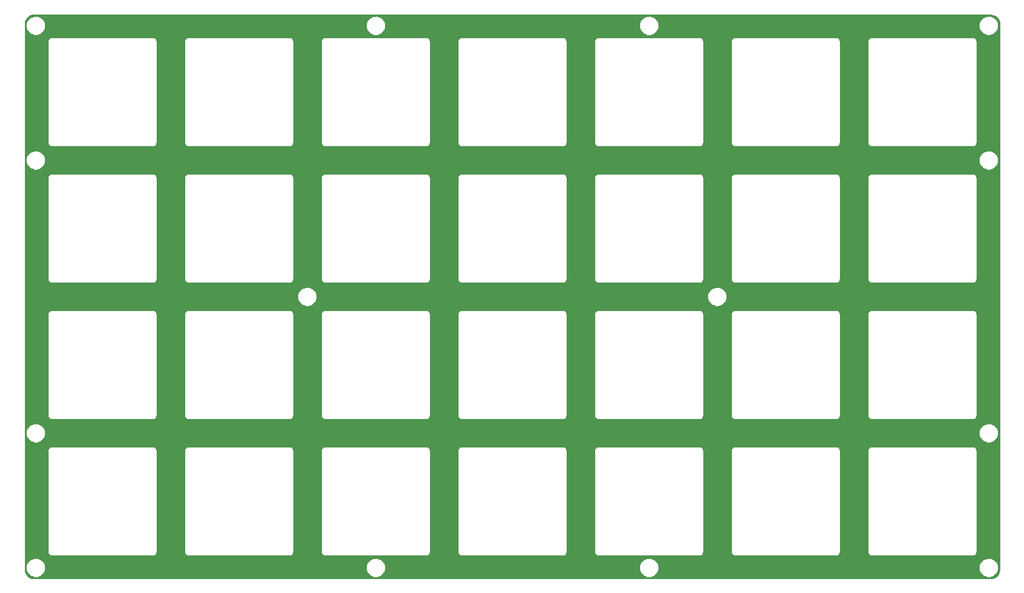
<source format=gtl>
G04 #@! TF.GenerationSoftware,KiCad,Pcbnew,5.0.1-33cea8e~68~ubuntu18.04.1*
G04 #@! TF.CreationDate,2018-10-28T17:23:43+09:00*
G04 #@! TF.ProjectId,modulo-ergo42-mountplate,6D6F64756C6F2D6572676F34322D6D6F,rev?*
G04 #@! TF.SameCoordinates,Original*
G04 #@! TF.FileFunction,Copper,L1,Top,Signal*
G04 #@! TF.FilePolarity,Positive*
%FSLAX46Y46*%
G04 Gerber Fmt 4.6, Leading zero omitted, Abs format (unit mm)*
G04 Created by KiCad (PCBNEW 5.0.1-33cea8e~68~ubuntu18.04.1) date 2018年10月28日 17時23分43秒*
%MOMM*%
%LPD*%
G01*
G04 APERTURE LIST*
G04 #@! TA.AperFunction,NonConductor*
%ADD10C,0.254000*%
G04 #@! TD*
G04 APERTURE END LIST*
D10*
G36*
X190198364Y-35054985D02*
X190504928Y-35194372D01*
X190760050Y-35414199D01*
X190943218Y-35696792D01*
X191046743Y-36042959D01*
X191060000Y-36221350D01*
X191060001Y-112344413D01*
X191005015Y-112728364D01*
X190865628Y-113034928D01*
X190645804Y-113290047D01*
X190363207Y-113473218D01*
X190017043Y-113576743D01*
X189838649Y-113590000D01*
X56565580Y-113590000D01*
X56181636Y-113535015D01*
X55875072Y-113395628D01*
X55619953Y-113175804D01*
X55436782Y-112893207D01*
X55333257Y-112547043D01*
X55320000Y-112368649D01*
X55320000Y-111933302D01*
X55359856Y-111933302D01*
X55372000Y-112175931D01*
X55372000Y-112418881D01*
X55385831Y-112452273D01*
X55387638Y-112488368D01*
X55546603Y-112872143D01*
X55561519Y-112876421D01*
X55584680Y-112932337D01*
X55977663Y-113325320D01*
X56033579Y-113348481D01*
X56037857Y-113363397D01*
X56266655Y-113445024D01*
X56491119Y-113538000D01*
X56527263Y-113538000D01*
X56561302Y-113550144D01*
X56803931Y-113538000D01*
X57046881Y-113538000D01*
X57080273Y-113524169D01*
X57116368Y-113522362D01*
X57500143Y-113363397D01*
X57504421Y-113348481D01*
X57560337Y-113325320D01*
X57953320Y-112932337D01*
X57976481Y-112876421D01*
X57991397Y-112872143D01*
X58073024Y-112643345D01*
X58166000Y-112418881D01*
X58166000Y-112382737D01*
X58178144Y-112348698D01*
X58166000Y-112106069D01*
X58166000Y-111933302D01*
X102730856Y-111933302D01*
X102743000Y-112175931D01*
X102743000Y-112418881D01*
X102756831Y-112452273D01*
X102758638Y-112488368D01*
X102917603Y-112872143D01*
X102932519Y-112876421D01*
X102955680Y-112932337D01*
X103348663Y-113325320D01*
X103404579Y-113348481D01*
X103408857Y-113363397D01*
X103637655Y-113445024D01*
X103862119Y-113538000D01*
X103898263Y-113538000D01*
X103932302Y-113550144D01*
X104174931Y-113538000D01*
X104417881Y-113538000D01*
X104451273Y-113524169D01*
X104487368Y-113522362D01*
X104871143Y-113363397D01*
X104875421Y-113348481D01*
X104931337Y-113325320D01*
X105324320Y-112932337D01*
X105347481Y-112876421D01*
X105362397Y-112872143D01*
X105444024Y-112643345D01*
X105537000Y-112418881D01*
X105537000Y-112382737D01*
X105549144Y-112348698D01*
X105537000Y-112106069D01*
X105537000Y-111933302D01*
X140830856Y-111933302D01*
X140843000Y-112175931D01*
X140843000Y-112418881D01*
X140856831Y-112452273D01*
X140858638Y-112488368D01*
X141017603Y-112872143D01*
X141032519Y-112876421D01*
X141055680Y-112932337D01*
X141448663Y-113325320D01*
X141504579Y-113348481D01*
X141508857Y-113363397D01*
X141737655Y-113445024D01*
X141962119Y-113538000D01*
X141998263Y-113538000D01*
X142032302Y-113550144D01*
X142274931Y-113538000D01*
X142517881Y-113538000D01*
X142551273Y-113524169D01*
X142587368Y-113522362D01*
X142971143Y-113363397D01*
X142975421Y-113348481D01*
X143031337Y-113325320D01*
X143424320Y-112932337D01*
X143447481Y-112876421D01*
X143462397Y-112872143D01*
X143544024Y-112643345D01*
X143637000Y-112418881D01*
X143637000Y-112382737D01*
X143649144Y-112348698D01*
X143637000Y-112106069D01*
X143637000Y-111933302D01*
X188201856Y-111933302D01*
X188214000Y-112175931D01*
X188214000Y-112418881D01*
X188227831Y-112452273D01*
X188229638Y-112488368D01*
X188388603Y-112872143D01*
X188403519Y-112876421D01*
X188426680Y-112932337D01*
X188819663Y-113325320D01*
X188875579Y-113348481D01*
X188879857Y-113363397D01*
X189108655Y-113445024D01*
X189333119Y-113538000D01*
X189369263Y-113538000D01*
X189403302Y-113550144D01*
X189645931Y-113538000D01*
X189888881Y-113538000D01*
X189922273Y-113524169D01*
X189958368Y-113522362D01*
X190342143Y-113363397D01*
X190346421Y-113348481D01*
X190402337Y-113325320D01*
X190795320Y-112932337D01*
X190818481Y-112876421D01*
X190833397Y-112872143D01*
X190915024Y-112643345D01*
X191008000Y-112418881D01*
X191008000Y-112382737D01*
X191020144Y-112348698D01*
X191008000Y-112106069D01*
X191008000Y-111863119D01*
X190994169Y-111829727D01*
X190992362Y-111793632D01*
X190833397Y-111409857D01*
X190818481Y-111405579D01*
X190795320Y-111349663D01*
X190402337Y-110956680D01*
X190346421Y-110933519D01*
X190342143Y-110918603D01*
X190113345Y-110836976D01*
X189888881Y-110744000D01*
X189852737Y-110744000D01*
X189818698Y-110731856D01*
X189576069Y-110744000D01*
X189333119Y-110744000D01*
X189299727Y-110757831D01*
X189263632Y-110759638D01*
X188879857Y-110918603D01*
X188875579Y-110933519D01*
X188819663Y-110956680D01*
X188426680Y-111349663D01*
X188403519Y-111405579D01*
X188388603Y-111409857D01*
X188306976Y-111638655D01*
X188214000Y-111863119D01*
X188214000Y-111899263D01*
X188201856Y-111933302D01*
X143637000Y-111933302D01*
X143637000Y-111863119D01*
X143623169Y-111829727D01*
X143621362Y-111793632D01*
X143462397Y-111409857D01*
X143447481Y-111405579D01*
X143424320Y-111349663D01*
X143031337Y-110956680D01*
X142975421Y-110933519D01*
X142971143Y-110918603D01*
X142742345Y-110836976D01*
X142517881Y-110744000D01*
X142481737Y-110744000D01*
X142447698Y-110731856D01*
X142205069Y-110744000D01*
X141962119Y-110744000D01*
X141928727Y-110757831D01*
X141892632Y-110759638D01*
X141508857Y-110918603D01*
X141504579Y-110933519D01*
X141448663Y-110956680D01*
X141055680Y-111349663D01*
X141032519Y-111405579D01*
X141017603Y-111409857D01*
X140935976Y-111638655D01*
X140843000Y-111863119D01*
X140843000Y-111899263D01*
X140830856Y-111933302D01*
X105537000Y-111933302D01*
X105537000Y-111863119D01*
X105523169Y-111829727D01*
X105521362Y-111793632D01*
X105362397Y-111409857D01*
X105347481Y-111405579D01*
X105324320Y-111349663D01*
X104931337Y-110956680D01*
X104875421Y-110933519D01*
X104871143Y-110918603D01*
X104642345Y-110836976D01*
X104417881Y-110744000D01*
X104381737Y-110744000D01*
X104347698Y-110731856D01*
X104105069Y-110744000D01*
X103862119Y-110744000D01*
X103828727Y-110757831D01*
X103792632Y-110759638D01*
X103408857Y-110918603D01*
X103404579Y-110933519D01*
X103348663Y-110956680D01*
X102955680Y-111349663D01*
X102932519Y-111405579D01*
X102917603Y-111409857D01*
X102835976Y-111638655D01*
X102743000Y-111863119D01*
X102743000Y-111899263D01*
X102730856Y-111933302D01*
X58166000Y-111933302D01*
X58166000Y-111863119D01*
X58152169Y-111829727D01*
X58150362Y-111793632D01*
X57991397Y-111409857D01*
X57976481Y-111405579D01*
X57953320Y-111349663D01*
X57560337Y-110956680D01*
X57504421Y-110933519D01*
X57500143Y-110918603D01*
X57271345Y-110836976D01*
X57046881Y-110744000D01*
X57010737Y-110744000D01*
X56976698Y-110731856D01*
X56734069Y-110744000D01*
X56491119Y-110744000D01*
X56457727Y-110757831D01*
X56421632Y-110759638D01*
X56037857Y-110918603D01*
X56033579Y-110933519D01*
X55977663Y-110956680D01*
X55584680Y-111349663D01*
X55561519Y-111405579D01*
X55546603Y-111409857D01*
X55464976Y-111638655D01*
X55372000Y-111863119D01*
X55372000Y-111899263D01*
X55359856Y-111933302D01*
X55320000Y-111933302D01*
X55320000Y-95885000D01*
X58356581Y-95885000D01*
X58370001Y-95952467D01*
X58370000Y-109787538D01*
X58356581Y-109855000D01*
X58409745Y-110122273D01*
X58561143Y-110348857D01*
X58787727Y-110500255D01*
X59055000Y-110553419D01*
X59122461Y-110540000D01*
X72957539Y-110540000D01*
X73025000Y-110553419D01*
X73292273Y-110500255D01*
X73518857Y-110348857D01*
X73670255Y-110122273D01*
X73710000Y-109922462D01*
X73710000Y-109922461D01*
X73723419Y-109855000D01*
X73710000Y-109787538D01*
X73710000Y-95952462D01*
X73723419Y-95885000D01*
X77406581Y-95885000D01*
X77420001Y-95952467D01*
X77420000Y-109787538D01*
X77406581Y-109855000D01*
X77459745Y-110122273D01*
X77611143Y-110348857D01*
X77837727Y-110500255D01*
X78105000Y-110553419D01*
X78172461Y-110540000D01*
X92007539Y-110540000D01*
X92075000Y-110553419D01*
X92342273Y-110500255D01*
X92568857Y-110348857D01*
X92720255Y-110122273D01*
X92760000Y-109922462D01*
X92760000Y-109922461D01*
X92773419Y-109855000D01*
X92760000Y-109787538D01*
X92760000Y-95952462D01*
X92773419Y-95885000D01*
X96456581Y-95885000D01*
X96470001Y-95952467D01*
X96470000Y-109787538D01*
X96456581Y-109855000D01*
X96509745Y-110122273D01*
X96661143Y-110348857D01*
X96887727Y-110500255D01*
X97155000Y-110553419D01*
X97222461Y-110540000D01*
X111057539Y-110540000D01*
X111125000Y-110553419D01*
X111392273Y-110500255D01*
X111618857Y-110348857D01*
X111770255Y-110122273D01*
X111810000Y-109922462D01*
X111810000Y-109922461D01*
X111823419Y-109855000D01*
X111810000Y-109787538D01*
X111810000Y-95952462D01*
X111823419Y-95885000D01*
X115506581Y-95885000D01*
X115520001Y-95952467D01*
X115520000Y-109787538D01*
X115506581Y-109855000D01*
X115559745Y-110122273D01*
X115711143Y-110348857D01*
X115937727Y-110500255D01*
X116205000Y-110553419D01*
X116272461Y-110540000D01*
X130107539Y-110540000D01*
X130175000Y-110553419D01*
X130442273Y-110500255D01*
X130668857Y-110348857D01*
X130820255Y-110122273D01*
X130860000Y-109922462D01*
X130860000Y-109922461D01*
X130873419Y-109855000D01*
X130860000Y-109787538D01*
X130860000Y-95952462D01*
X130873419Y-95885000D01*
X134556581Y-95885000D01*
X134570001Y-95952467D01*
X134570000Y-109787538D01*
X134556581Y-109855000D01*
X134609745Y-110122273D01*
X134761143Y-110348857D01*
X134987727Y-110500255D01*
X135255000Y-110553419D01*
X135322461Y-110540000D01*
X149157539Y-110540000D01*
X149225000Y-110553419D01*
X149492273Y-110500255D01*
X149718857Y-110348857D01*
X149870255Y-110122273D01*
X149910000Y-109922462D01*
X149910000Y-109922461D01*
X149923419Y-109855000D01*
X149910000Y-109787538D01*
X149910000Y-95952462D01*
X149923419Y-95885000D01*
X153606581Y-95885000D01*
X153620001Y-95952467D01*
X153620000Y-109787538D01*
X153606581Y-109855000D01*
X153659745Y-110122273D01*
X153811143Y-110348857D01*
X154037727Y-110500255D01*
X154305000Y-110553419D01*
X154372461Y-110540000D01*
X168207539Y-110540000D01*
X168275000Y-110553419D01*
X168542273Y-110500255D01*
X168768857Y-110348857D01*
X168920255Y-110122273D01*
X168960000Y-109922462D01*
X168960000Y-109922461D01*
X168973419Y-109855000D01*
X168960000Y-109787538D01*
X168960000Y-95952462D01*
X168973419Y-95885000D01*
X172656581Y-95885000D01*
X172670001Y-95952467D01*
X172670000Y-109787538D01*
X172656581Y-109855000D01*
X172709745Y-110122273D01*
X172861143Y-110348857D01*
X173087727Y-110500255D01*
X173355000Y-110553419D01*
X173422461Y-110540000D01*
X187257539Y-110540000D01*
X187325000Y-110553419D01*
X187592273Y-110500255D01*
X187818857Y-110348857D01*
X187970255Y-110122273D01*
X188010000Y-109922462D01*
X188010000Y-109922461D01*
X188023419Y-109855000D01*
X188010000Y-109787538D01*
X188010000Y-95952462D01*
X188023419Y-95885000D01*
X187970255Y-95617727D01*
X187818857Y-95391143D01*
X187592273Y-95239745D01*
X187392462Y-95200000D01*
X187392461Y-95200000D01*
X187325000Y-95186581D01*
X187257538Y-95200000D01*
X173422462Y-95200000D01*
X173355000Y-95186581D01*
X173287539Y-95200000D01*
X173287538Y-95200000D01*
X173087727Y-95239745D01*
X172861143Y-95391143D01*
X172709745Y-95617727D01*
X172656581Y-95885000D01*
X168973419Y-95885000D01*
X168920255Y-95617727D01*
X168768857Y-95391143D01*
X168542273Y-95239745D01*
X168342462Y-95200000D01*
X168342461Y-95200000D01*
X168275000Y-95186581D01*
X168207538Y-95200000D01*
X154372462Y-95200000D01*
X154305000Y-95186581D01*
X154237539Y-95200000D01*
X154237538Y-95200000D01*
X154037727Y-95239745D01*
X153811143Y-95391143D01*
X153659745Y-95617727D01*
X153606581Y-95885000D01*
X149923419Y-95885000D01*
X149870255Y-95617727D01*
X149718857Y-95391143D01*
X149492273Y-95239745D01*
X149292462Y-95200000D01*
X149292461Y-95200000D01*
X149225000Y-95186581D01*
X149157538Y-95200000D01*
X135322462Y-95200000D01*
X135255000Y-95186581D01*
X135187539Y-95200000D01*
X135187538Y-95200000D01*
X134987727Y-95239745D01*
X134761143Y-95391143D01*
X134609745Y-95617727D01*
X134556581Y-95885000D01*
X130873419Y-95885000D01*
X130820255Y-95617727D01*
X130668857Y-95391143D01*
X130442273Y-95239745D01*
X130242462Y-95200000D01*
X130242461Y-95200000D01*
X130175000Y-95186581D01*
X130107538Y-95200000D01*
X116272462Y-95200000D01*
X116205000Y-95186581D01*
X116137539Y-95200000D01*
X116137538Y-95200000D01*
X115937727Y-95239745D01*
X115711143Y-95391143D01*
X115559745Y-95617727D01*
X115506581Y-95885000D01*
X111823419Y-95885000D01*
X111770255Y-95617727D01*
X111618857Y-95391143D01*
X111392273Y-95239745D01*
X111192462Y-95200000D01*
X111192461Y-95200000D01*
X111125000Y-95186581D01*
X111057538Y-95200000D01*
X97222462Y-95200000D01*
X97155000Y-95186581D01*
X97087539Y-95200000D01*
X97087538Y-95200000D01*
X96887727Y-95239745D01*
X96661143Y-95391143D01*
X96509745Y-95617727D01*
X96456581Y-95885000D01*
X92773419Y-95885000D01*
X92720255Y-95617727D01*
X92568857Y-95391143D01*
X92342273Y-95239745D01*
X92142462Y-95200000D01*
X92142461Y-95200000D01*
X92075000Y-95186581D01*
X92007538Y-95200000D01*
X78172462Y-95200000D01*
X78105000Y-95186581D01*
X78037539Y-95200000D01*
X78037538Y-95200000D01*
X77837727Y-95239745D01*
X77611143Y-95391143D01*
X77459745Y-95617727D01*
X77406581Y-95885000D01*
X73723419Y-95885000D01*
X73670255Y-95617727D01*
X73518857Y-95391143D01*
X73292273Y-95239745D01*
X73092462Y-95200000D01*
X73092461Y-95200000D01*
X73025000Y-95186581D01*
X72957538Y-95200000D01*
X59122462Y-95200000D01*
X59055000Y-95186581D01*
X58987539Y-95200000D01*
X58987538Y-95200000D01*
X58787727Y-95239745D01*
X58561143Y-95391143D01*
X58409745Y-95617727D01*
X58356581Y-95885000D01*
X55320000Y-95885000D01*
X55320000Y-93137302D01*
X55359856Y-93137302D01*
X55372000Y-93379931D01*
X55372000Y-93622881D01*
X55385831Y-93656273D01*
X55387638Y-93692368D01*
X55546603Y-94076143D01*
X55561519Y-94080421D01*
X55584680Y-94136337D01*
X55977663Y-94529320D01*
X56033579Y-94552481D01*
X56037857Y-94567397D01*
X56266655Y-94649024D01*
X56491119Y-94742000D01*
X56527263Y-94742000D01*
X56561302Y-94754144D01*
X56803931Y-94742000D01*
X57046881Y-94742000D01*
X57080273Y-94728169D01*
X57116368Y-94726362D01*
X57500143Y-94567397D01*
X57504421Y-94552481D01*
X57560337Y-94529320D01*
X57953320Y-94136337D01*
X57976481Y-94080421D01*
X57991397Y-94076143D01*
X58073024Y-93847345D01*
X58166000Y-93622881D01*
X58166000Y-93586737D01*
X58178144Y-93552698D01*
X58166000Y-93310069D01*
X58166000Y-93137302D01*
X188201856Y-93137302D01*
X188214000Y-93379931D01*
X188214000Y-93622881D01*
X188227831Y-93656273D01*
X188229638Y-93692368D01*
X188388603Y-94076143D01*
X188403519Y-94080421D01*
X188426680Y-94136337D01*
X188819663Y-94529320D01*
X188875579Y-94552481D01*
X188879857Y-94567397D01*
X189108655Y-94649024D01*
X189333119Y-94742000D01*
X189369263Y-94742000D01*
X189403302Y-94754144D01*
X189645931Y-94742000D01*
X189888881Y-94742000D01*
X189922273Y-94728169D01*
X189958368Y-94726362D01*
X190342143Y-94567397D01*
X190346421Y-94552481D01*
X190402337Y-94529320D01*
X190795320Y-94136337D01*
X190818481Y-94080421D01*
X190833397Y-94076143D01*
X190915024Y-93847345D01*
X191008000Y-93622881D01*
X191008000Y-93586737D01*
X191020144Y-93552698D01*
X191008000Y-93310069D01*
X191008000Y-93067119D01*
X190994169Y-93033727D01*
X190992362Y-92997632D01*
X190833397Y-92613857D01*
X190818481Y-92609579D01*
X190795320Y-92553663D01*
X190402337Y-92160680D01*
X190346421Y-92137519D01*
X190342143Y-92122603D01*
X190113345Y-92040976D01*
X189888881Y-91948000D01*
X189852737Y-91948000D01*
X189818698Y-91935856D01*
X189576069Y-91948000D01*
X189333119Y-91948000D01*
X189299727Y-91961831D01*
X189263632Y-91963638D01*
X188879857Y-92122603D01*
X188875579Y-92137519D01*
X188819663Y-92160680D01*
X188426680Y-92553663D01*
X188403519Y-92609579D01*
X188388603Y-92613857D01*
X188306976Y-92842655D01*
X188214000Y-93067119D01*
X188214000Y-93103263D01*
X188201856Y-93137302D01*
X58166000Y-93137302D01*
X58166000Y-93067119D01*
X58152169Y-93033727D01*
X58150362Y-92997632D01*
X57991397Y-92613857D01*
X57976481Y-92609579D01*
X57953320Y-92553663D01*
X57560337Y-92160680D01*
X57504421Y-92137519D01*
X57500143Y-92122603D01*
X57271345Y-92040976D01*
X57046881Y-91948000D01*
X57010737Y-91948000D01*
X56976698Y-91935856D01*
X56734069Y-91948000D01*
X56491119Y-91948000D01*
X56457727Y-91961831D01*
X56421632Y-91963638D01*
X56037857Y-92122603D01*
X56033579Y-92137519D01*
X55977663Y-92160680D01*
X55584680Y-92553663D01*
X55561519Y-92609579D01*
X55546603Y-92613857D01*
X55464976Y-92842655D01*
X55372000Y-93067119D01*
X55372000Y-93103263D01*
X55359856Y-93137302D01*
X55320000Y-93137302D01*
X55320000Y-76835000D01*
X58356581Y-76835000D01*
X58370001Y-76902467D01*
X58370000Y-90737538D01*
X58356581Y-90805000D01*
X58409745Y-91072273D01*
X58561143Y-91298857D01*
X58787727Y-91450255D01*
X59055000Y-91503419D01*
X59122461Y-91490000D01*
X72957539Y-91490000D01*
X73025000Y-91503419D01*
X73292273Y-91450255D01*
X73518857Y-91298857D01*
X73670255Y-91072273D01*
X73710000Y-90872462D01*
X73710000Y-90872461D01*
X73723419Y-90805000D01*
X73710000Y-90737538D01*
X73710000Y-76902462D01*
X73723419Y-76835000D01*
X77406581Y-76835000D01*
X77420001Y-76902467D01*
X77420000Y-90737538D01*
X77406581Y-90805000D01*
X77459745Y-91072273D01*
X77611143Y-91298857D01*
X77837727Y-91450255D01*
X78105000Y-91503419D01*
X78172461Y-91490000D01*
X92007539Y-91490000D01*
X92075000Y-91503419D01*
X92342273Y-91450255D01*
X92568857Y-91298857D01*
X92720255Y-91072273D01*
X92760000Y-90872462D01*
X92760000Y-90872461D01*
X92773419Y-90805000D01*
X92760000Y-90737538D01*
X92760000Y-76902462D01*
X92773419Y-76835000D01*
X96456581Y-76835000D01*
X96470001Y-76902467D01*
X96470000Y-90737538D01*
X96456581Y-90805000D01*
X96509745Y-91072273D01*
X96661143Y-91298857D01*
X96887727Y-91450255D01*
X97155000Y-91503419D01*
X97222461Y-91490000D01*
X111057539Y-91490000D01*
X111125000Y-91503419D01*
X111392273Y-91450255D01*
X111618857Y-91298857D01*
X111770255Y-91072273D01*
X111810000Y-90872462D01*
X111810000Y-90872461D01*
X111823419Y-90805000D01*
X111810000Y-90737538D01*
X111810000Y-76902462D01*
X111823419Y-76835000D01*
X115506581Y-76835000D01*
X115520001Y-76902467D01*
X115520000Y-90737538D01*
X115506581Y-90805000D01*
X115559745Y-91072273D01*
X115711143Y-91298857D01*
X115937727Y-91450255D01*
X116205000Y-91503419D01*
X116272461Y-91490000D01*
X130107539Y-91490000D01*
X130175000Y-91503419D01*
X130442273Y-91450255D01*
X130668857Y-91298857D01*
X130820255Y-91072273D01*
X130860000Y-90872462D01*
X130860000Y-90872461D01*
X130873419Y-90805000D01*
X130860000Y-90737538D01*
X130860000Y-76902462D01*
X130873419Y-76835000D01*
X134556581Y-76835000D01*
X134570001Y-76902467D01*
X134570000Y-90737538D01*
X134556581Y-90805000D01*
X134609745Y-91072273D01*
X134761143Y-91298857D01*
X134987727Y-91450255D01*
X135255000Y-91503419D01*
X135322461Y-91490000D01*
X149157539Y-91490000D01*
X149225000Y-91503419D01*
X149492273Y-91450255D01*
X149718857Y-91298857D01*
X149870255Y-91072273D01*
X149910000Y-90872462D01*
X149910000Y-90872461D01*
X149923419Y-90805000D01*
X149910000Y-90737538D01*
X149910000Y-76902462D01*
X149923419Y-76835000D01*
X153606581Y-76835000D01*
X153620001Y-76902467D01*
X153620000Y-90737538D01*
X153606581Y-90805000D01*
X153659745Y-91072273D01*
X153811143Y-91298857D01*
X154037727Y-91450255D01*
X154305000Y-91503419D01*
X154372461Y-91490000D01*
X168207539Y-91490000D01*
X168275000Y-91503419D01*
X168542273Y-91450255D01*
X168768857Y-91298857D01*
X168920255Y-91072273D01*
X168960000Y-90872462D01*
X168960000Y-90872461D01*
X168973419Y-90805000D01*
X168960000Y-90737538D01*
X168960000Y-76902462D01*
X168973419Y-76835000D01*
X172656581Y-76835000D01*
X172670001Y-76902467D01*
X172670000Y-90737538D01*
X172656581Y-90805000D01*
X172709745Y-91072273D01*
X172861143Y-91298857D01*
X173087727Y-91450255D01*
X173355000Y-91503419D01*
X173422461Y-91490000D01*
X187257539Y-91490000D01*
X187325000Y-91503419D01*
X187592273Y-91450255D01*
X187818857Y-91298857D01*
X187970255Y-91072273D01*
X188010000Y-90872462D01*
X188010000Y-90872461D01*
X188023419Y-90805000D01*
X188010000Y-90737538D01*
X188010000Y-76902462D01*
X188023419Y-76835000D01*
X187970255Y-76567727D01*
X187818857Y-76341143D01*
X187592273Y-76189745D01*
X187392462Y-76150000D01*
X187392461Y-76150000D01*
X187325000Y-76136581D01*
X187257538Y-76150000D01*
X173422462Y-76150000D01*
X173355000Y-76136581D01*
X173287539Y-76150000D01*
X173287538Y-76150000D01*
X173087727Y-76189745D01*
X172861143Y-76341143D01*
X172709745Y-76567727D01*
X172656581Y-76835000D01*
X168973419Y-76835000D01*
X168920255Y-76567727D01*
X168768857Y-76341143D01*
X168542273Y-76189745D01*
X168342462Y-76150000D01*
X168342461Y-76150000D01*
X168275000Y-76136581D01*
X168207538Y-76150000D01*
X154372462Y-76150000D01*
X154305000Y-76136581D01*
X154237539Y-76150000D01*
X154237538Y-76150000D01*
X154037727Y-76189745D01*
X153811143Y-76341143D01*
X153659745Y-76567727D01*
X153606581Y-76835000D01*
X149923419Y-76835000D01*
X149870255Y-76567727D01*
X149718857Y-76341143D01*
X149492273Y-76189745D01*
X149292462Y-76150000D01*
X149292461Y-76150000D01*
X149225000Y-76136581D01*
X149157538Y-76150000D01*
X135322462Y-76150000D01*
X135255000Y-76136581D01*
X135187539Y-76150000D01*
X135187538Y-76150000D01*
X134987727Y-76189745D01*
X134761143Y-76341143D01*
X134609745Y-76567727D01*
X134556581Y-76835000D01*
X130873419Y-76835000D01*
X130820255Y-76567727D01*
X130668857Y-76341143D01*
X130442273Y-76189745D01*
X130242462Y-76150000D01*
X130242461Y-76150000D01*
X130175000Y-76136581D01*
X130107538Y-76150000D01*
X116272462Y-76150000D01*
X116205000Y-76136581D01*
X116137539Y-76150000D01*
X116137538Y-76150000D01*
X115937727Y-76189745D01*
X115711143Y-76341143D01*
X115559745Y-76567727D01*
X115506581Y-76835000D01*
X111823419Y-76835000D01*
X111770255Y-76567727D01*
X111618857Y-76341143D01*
X111392273Y-76189745D01*
X111192462Y-76150000D01*
X111192461Y-76150000D01*
X111125000Y-76136581D01*
X111057538Y-76150000D01*
X97222462Y-76150000D01*
X97155000Y-76136581D01*
X97087539Y-76150000D01*
X97087538Y-76150000D01*
X96887727Y-76189745D01*
X96661143Y-76341143D01*
X96509745Y-76567727D01*
X96456581Y-76835000D01*
X92773419Y-76835000D01*
X92720255Y-76567727D01*
X92568857Y-76341143D01*
X92342273Y-76189745D01*
X92142462Y-76150000D01*
X92142461Y-76150000D01*
X92075000Y-76136581D01*
X92007538Y-76150000D01*
X78172462Y-76150000D01*
X78105000Y-76136581D01*
X78037539Y-76150000D01*
X78037538Y-76150000D01*
X77837727Y-76189745D01*
X77611143Y-76341143D01*
X77459745Y-76567727D01*
X77406581Y-76835000D01*
X73723419Y-76835000D01*
X73670255Y-76567727D01*
X73518857Y-76341143D01*
X73292273Y-76189745D01*
X73092462Y-76150000D01*
X73092461Y-76150000D01*
X73025000Y-76136581D01*
X72957538Y-76150000D01*
X59122462Y-76150000D01*
X59055000Y-76136581D01*
X58987539Y-76150000D01*
X58987538Y-76150000D01*
X58787727Y-76189745D01*
X58561143Y-76341143D01*
X58409745Y-76567727D01*
X58356581Y-76835000D01*
X55320000Y-76835000D01*
X55320000Y-74087302D01*
X93205856Y-74087302D01*
X93218000Y-74329931D01*
X93218000Y-74572881D01*
X93231831Y-74606273D01*
X93233638Y-74642368D01*
X93392603Y-75026143D01*
X93407519Y-75030421D01*
X93430680Y-75086337D01*
X93823663Y-75479320D01*
X93879579Y-75502481D01*
X93883857Y-75517397D01*
X94112655Y-75599024D01*
X94337119Y-75692000D01*
X94373263Y-75692000D01*
X94407302Y-75704144D01*
X94649931Y-75692000D01*
X94892881Y-75692000D01*
X94926273Y-75678169D01*
X94962368Y-75676362D01*
X95346143Y-75517397D01*
X95350421Y-75502481D01*
X95406337Y-75479320D01*
X95799320Y-75086337D01*
X95822481Y-75030421D01*
X95837397Y-75026143D01*
X95919024Y-74797345D01*
X96012000Y-74572881D01*
X96012000Y-74536737D01*
X96024144Y-74502698D01*
X96012000Y-74260069D01*
X96012000Y-74087302D01*
X150355856Y-74087302D01*
X150368000Y-74329931D01*
X150368000Y-74572881D01*
X150381831Y-74606273D01*
X150383638Y-74642368D01*
X150542603Y-75026143D01*
X150557519Y-75030421D01*
X150580680Y-75086337D01*
X150973663Y-75479320D01*
X151029579Y-75502481D01*
X151033857Y-75517397D01*
X151262655Y-75599024D01*
X151487119Y-75692000D01*
X151523263Y-75692000D01*
X151557302Y-75704144D01*
X151799931Y-75692000D01*
X152042881Y-75692000D01*
X152076273Y-75678169D01*
X152112368Y-75676362D01*
X152496143Y-75517397D01*
X152500421Y-75502481D01*
X152556337Y-75479320D01*
X152949320Y-75086337D01*
X152972481Y-75030421D01*
X152987397Y-75026143D01*
X153069024Y-74797345D01*
X153162000Y-74572881D01*
X153162000Y-74536737D01*
X153174144Y-74502698D01*
X153162000Y-74260069D01*
X153162000Y-74017119D01*
X153148169Y-73983727D01*
X153146362Y-73947632D01*
X152987397Y-73563857D01*
X152972481Y-73559579D01*
X152949320Y-73503663D01*
X152556337Y-73110680D01*
X152500421Y-73087519D01*
X152496143Y-73072603D01*
X152267345Y-72990976D01*
X152042881Y-72898000D01*
X152006737Y-72898000D01*
X151972698Y-72885856D01*
X151730069Y-72898000D01*
X151487119Y-72898000D01*
X151453727Y-72911831D01*
X151417632Y-72913638D01*
X151033857Y-73072603D01*
X151029579Y-73087519D01*
X150973663Y-73110680D01*
X150580680Y-73503663D01*
X150557519Y-73559579D01*
X150542603Y-73563857D01*
X150460976Y-73792655D01*
X150368000Y-74017119D01*
X150368000Y-74053263D01*
X150355856Y-74087302D01*
X96012000Y-74087302D01*
X96012000Y-74017119D01*
X95998169Y-73983727D01*
X95996362Y-73947632D01*
X95837397Y-73563857D01*
X95822481Y-73559579D01*
X95799320Y-73503663D01*
X95406337Y-73110680D01*
X95350421Y-73087519D01*
X95346143Y-73072603D01*
X95117345Y-72990976D01*
X94892881Y-72898000D01*
X94856737Y-72898000D01*
X94822698Y-72885856D01*
X94580069Y-72898000D01*
X94337119Y-72898000D01*
X94303727Y-72911831D01*
X94267632Y-72913638D01*
X93883857Y-73072603D01*
X93879579Y-73087519D01*
X93823663Y-73110680D01*
X93430680Y-73503663D01*
X93407519Y-73559579D01*
X93392603Y-73563857D01*
X93310976Y-73792655D01*
X93218000Y-74017119D01*
X93218000Y-74053263D01*
X93205856Y-74087302D01*
X55320000Y-74087302D01*
X55320000Y-57785000D01*
X58356581Y-57785000D01*
X58370001Y-57852467D01*
X58370000Y-71687538D01*
X58356581Y-71755000D01*
X58409745Y-72022273D01*
X58561143Y-72248857D01*
X58787727Y-72400255D01*
X59055000Y-72453419D01*
X59122461Y-72440000D01*
X72957539Y-72440000D01*
X73025000Y-72453419D01*
X73292273Y-72400255D01*
X73518857Y-72248857D01*
X73670255Y-72022273D01*
X73710000Y-71822462D01*
X73710000Y-71822461D01*
X73723419Y-71755000D01*
X73710000Y-71687538D01*
X73710000Y-57852462D01*
X73723419Y-57785000D01*
X77406581Y-57785000D01*
X77420001Y-57852467D01*
X77420000Y-71687538D01*
X77406581Y-71755000D01*
X77459745Y-72022273D01*
X77611143Y-72248857D01*
X77837727Y-72400255D01*
X78105000Y-72453419D01*
X78172461Y-72440000D01*
X92007539Y-72440000D01*
X92075000Y-72453419D01*
X92342273Y-72400255D01*
X92568857Y-72248857D01*
X92720255Y-72022273D01*
X92760000Y-71822462D01*
X92760000Y-71822461D01*
X92773419Y-71755000D01*
X92760000Y-71687538D01*
X92760000Y-57852462D01*
X92773419Y-57785000D01*
X96456581Y-57785000D01*
X96470001Y-57852467D01*
X96470000Y-71687538D01*
X96456581Y-71755000D01*
X96509745Y-72022273D01*
X96661143Y-72248857D01*
X96887727Y-72400255D01*
X97155000Y-72453419D01*
X97222461Y-72440000D01*
X111057539Y-72440000D01*
X111125000Y-72453419D01*
X111392273Y-72400255D01*
X111618857Y-72248857D01*
X111770255Y-72022273D01*
X111810000Y-71822462D01*
X111810000Y-71822461D01*
X111823419Y-71755000D01*
X111810000Y-71687538D01*
X111810000Y-57852462D01*
X111823419Y-57785000D01*
X115506581Y-57785000D01*
X115520001Y-57852467D01*
X115520000Y-71687538D01*
X115506581Y-71755000D01*
X115559745Y-72022273D01*
X115711143Y-72248857D01*
X115937727Y-72400255D01*
X116205000Y-72453419D01*
X116272461Y-72440000D01*
X130107539Y-72440000D01*
X130175000Y-72453419D01*
X130442273Y-72400255D01*
X130668857Y-72248857D01*
X130820255Y-72022273D01*
X130860000Y-71822462D01*
X130860000Y-71822461D01*
X130873419Y-71755000D01*
X130860000Y-71687538D01*
X130860000Y-57852462D01*
X130873419Y-57785000D01*
X134556581Y-57785000D01*
X134570001Y-57852467D01*
X134570000Y-71687538D01*
X134556581Y-71755000D01*
X134609745Y-72022273D01*
X134761143Y-72248857D01*
X134987727Y-72400255D01*
X135255000Y-72453419D01*
X135322461Y-72440000D01*
X149157539Y-72440000D01*
X149225000Y-72453419D01*
X149492273Y-72400255D01*
X149718857Y-72248857D01*
X149870255Y-72022273D01*
X149910000Y-71822462D01*
X149910000Y-71822461D01*
X149923419Y-71755000D01*
X149910000Y-71687538D01*
X149910000Y-57852462D01*
X149923419Y-57785000D01*
X153606581Y-57785000D01*
X153620001Y-57852467D01*
X153620000Y-71687538D01*
X153606581Y-71755000D01*
X153659745Y-72022273D01*
X153811143Y-72248857D01*
X154037727Y-72400255D01*
X154305000Y-72453419D01*
X154372461Y-72440000D01*
X168207539Y-72440000D01*
X168275000Y-72453419D01*
X168542273Y-72400255D01*
X168768857Y-72248857D01*
X168920255Y-72022273D01*
X168960000Y-71822462D01*
X168960000Y-71822461D01*
X168973419Y-71755000D01*
X168960000Y-71687538D01*
X168960000Y-57852462D01*
X168973419Y-57785000D01*
X172656581Y-57785000D01*
X172670001Y-57852467D01*
X172670000Y-71687538D01*
X172656581Y-71755000D01*
X172709745Y-72022273D01*
X172861143Y-72248857D01*
X173087727Y-72400255D01*
X173355000Y-72453419D01*
X173422461Y-72440000D01*
X187257539Y-72440000D01*
X187325000Y-72453419D01*
X187592273Y-72400255D01*
X187818857Y-72248857D01*
X187970255Y-72022273D01*
X188010000Y-71822462D01*
X188010000Y-71822461D01*
X188023419Y-71755000D01*
X188010000Y-71687538D01*
X188010000Y-57852462D01*
X188023419Y-57785000D01*
X187970255Y-57517727D01*
X187818857Y-57291143D01*
X187592273Y-57139745D01*
X187392462Y-57100000D01*
X187392461Y-57100000D01*
X187325000Y-57086581D01*
X187257538Y-57100000D01*
X173422462Y-57100000D01*
X173355000Y-57086581D01*
X173287539Y-57100000D01*
X173287538Y-57100000D01*
X173087727Y-57139745D01*
X172861143Y-57291143D01*
X172709745Y-57517727D01*
X172656581Y-57785000D01*
X168973419Y-57785000D01*
X168920255Y-57517727D01*
X168768857Y-57291143D01*
X168542273Y-57139745D01*
X168342462Y-57100000D01*
X168342461Y-57100000D01*
X168275000Y-57086581D01*
X168207538Y-57100000D01*
X154372462Y-57100000D01*
X154305000Y-57086581D01*
X154237539Y-57100000D01*
X154237538Y-57100000D01*
X154037727Y-57139745D01*
X153811143Y-57291143D01*
X153659745Y-57517727D01*
X153606581Y-57785000D01*
X149923419Y-57785000D01*
X149870255Y-57517727D01*
X149718857Y-57291143D01*
X149492273Y-57139745D01*
X149292462Y-57100000D01*
X149292461Y-57100000D01*
X149225000Y-57086581D01*
X149157538Y-57100000D01*
X135322462Y-57100000D01*
X135255000Y-57086581D01*
X135187539Y-57100000D01*
X135187538Y-57100000D01*
X134987727Y-57139745D01*
X134761143Y-57291143D01*
X134609745Y-57517727D01*
X134556581Y-57785000D01*
X130873419Y-57785000D01*
X130820255Y-57517727D01*
X130668857Y-57291143D01*
X130442273Y-57139745D01*
X130242462Y-57100000D01*
X130242461Y-57100000D01*
X130175000Y-57086581D01*
X130107538Y-57100000D01*
X116272462Y-57100000D01*
X116205000Y-57086581D01*
X116137539Y-57100000D01*
X116137538Y-57100000D01*
X115937727Y-57139745D01*
X115711143Y-57291143D01*
X115559745Y-57517727D01*
X115506581Y-57785000D01*
X111823419Y-57785000D01*
X111770255Y-57517727D01*
X111618857Y-57291143D01*
X111392273Y-57139745D01*
X111192462Y-57100000D01*
X111192461Y-57100000D01*
X111125000Y-57086581D01*
X111057538Y-57100000D01*
X97222462Y-57100000D01*
X97155000Y-57086581D01*
X97087539Y-57100000D01*
X97087538Y-57100000D01*
X96887727Y-57139745D01*
X96661143Y-57291143D01*
X96509745Y-57517727D01*
X96456581Y-57785000D01*
X92773419Y-57785000D01*
X92720255Y-57517727D01*
X92568857Y-57291143D01*
X92342273Y-57139745D01*
X92142462Y-57100000D01*
X92142461Y-57100000D01*
X92075000Y-57086581D01*
X92007538Y-57100000D01*
X78172462Y-57100000D01*
X78105000Y-57086581D01*
X78037539Y-57100000D01*
X78037538Y-57100000D01*
X77837727Y-57139745D01*
X77611143Y-57291143D01*
X77459745Y-57517727D01*
X77406581Y-57785000D01*
X73723419Y-57785000D01*
X73670255Y-57517727D01*
X73518857Y-57291143D01*
X73292273Y-57139745D01*
X73092462Y-57100000D01*
X73092461Y-57100000D01*
X73025000Y-57086581D01*
X72957538Y-57100000D01*
X59122462Y-57100000D01*
X59055000Y-57086581D01*
X58987539Y-57100000D01*
X58987538Y-57100000D01*
X58787727Y-57139745D01*
X58561143Y-57291143D01*
X58409745Y-57517727D01*
X58356581Y-57785000D01*
X55320000Y-57785000D01*
X55320000Y-55037302D01*
X55359856Y-55037302D01*
X55372000Y-55279931D01*
X55372000Y-55522881D01*
X55385831Y-55556273D01*
X55387638Y-55592368D01*
X55546603Y-55976143D01*
X55561519Y-55980421D01*
X55584680Y-56036337D01*
X55977663Y-56429320D01*
X56033579Y-56452481D01*
X56037857Y-56467397D01*
X56266655Y-56549024D01*
X56491119Y-56642000D01*
X56527263Y-56642000D01*
X56561302Y-56654144D01*
X56803931Y-56642000D01*
X57046881Y-56642000D01*
X57080273Y-56628169D01*
X57116368Y-56626362D01*
X57500143Y-56467397D01*
X57504421Y-56452481D01*
X57560337Y-56429320D01*
X57953320Y-56036337D01*
X57976481Y-55980421D01*
X57991397Y-55976143D01*
X58073024Y-55747345D01*
X58166000Y-55522881D01*
X58166000Y-55486737D01*
X58178144Y-55452698D01*
X58166000Y-55210069D01*
X58166000Y-55037302D01*
X188201856Y-55037302D01*
X188214000Y-55279931D01*
X188214000Y-55522881D01*
X188227831Y-55556273D01*
X188229638Y-55592368D01*
X188388603Y-55976143D01*
X188403519Y-55980421D01*
X188426680Y-56036337D01*
X188819663Y-56429320D01*
X188875579Y-56452481D01*
X188879857Y-56467397D01*
X189108655Y-56549024D01*
X189333119Y-56642000D01*
X189369263Y-56642000D01*
X189403302Y-56654144D01*
X189645931Y-56642000D01*
X189888881Y-56642000D01*
X189922273Y-56628169D01*
X189958368Y-56626362D01*
X190342143Y-56467397D01*
X190346421Y-56452481D01*
X190402337Y-56429320D01*
X190795320Y-56036337D01*
X190818481Y-55980421D01*
X190833397Y-55976143D01*
X190915024Y-55747345D01*
X191008000Y-55522881D01*
X191008000Y-55486737D01*
X191020144Y-55452698D01*
X191008000Y-55210069D01*
X191008000Y-54967119D01*
X190994169Y-54933727D01*
X190992362Y-54897632D01*
X190833397Y-54513857D01*
X190818481Y-54509579D01*
X190795320Y-54453663D01*
X190402337Y-54060680D01*
X190346421Y-54037519D01*
X190342143Y-54022603D01*
X190113345Y-53940976D01*
X189888881Y-53848000D01*
X189852737Y-53848000D01*
X189818698Y-53835856D01*
X189576069Y-53848000D01*
X189333119Y-53848000D01*
X189299727Y-53861831D01*
X189263632Y-53863638D01*
X188879857Y-54022603D01*
X188875579Y-54037519D01*
X188819663Y-54060680D01*
X188426680Y-54453663D01*
X188403519Y-54509579D01*
X188388603Y-54513857D01*
X188306976Y-54742655D01*
X188214000Y-54967119D01*
X188214000Y-55003263D01*
X188201856Y-55037302D01*
X58166000Y-55037302D01*
X58166000Y-54967119D01*
X58152169Y-54933727D01*
X58150362Y-54897632D01*
X57991397Y-54513857D01*
X57976481Y-54509579D01*
X57953320Y-54453663D01*
X57560337Y-54060680D01*
X57504421Y-54037519D01*
X57500143Y-54022603D01*
X57271345Y-53940976D01*
X57046881Y-53848000D01*
X57010737Y-53848000D01*
X56976698Y-53835856D01*
X56734069Y-53848000D01*
X56491119Y-53848000D01*
X56457727Y-53861831D01*
X56421632Y-53863638D01*
X56037857Y-54022603D01*
X56033579Y-54037519D01*
X55977663Y-54060680D01*
X55584680Y-54453663D01*
X55561519Y-54509579D01*
X55546603Y-54513857D01*
X55464976Y-54742655D01*
X55372000Y-54967119D01*
X55372000Y-55003263D01*
X55359856Y-55037302D01*
X55320000Y-55037302D01*
X55320000Y-38735000D01*
X58356581Y-38735000D01*
X58370000Y-38802462D01*
X58370001Y-52637533D01*
X58356581Y-52705000D01*
X58409745Y-52972273D01*
X58561143Y-53198857D01*
X58787727Y-53350255D01*
X58987538Y-53390000D01*
X58987539Y-53390000D01*
X59055000Y-53403419D01*
X59122462Y-53390000D01*
X72957538Y-53390000D01*
X73025000Y-53403419D01*
X73092461Y-53390000D01*
X73092462Y-53390000D01*
X73292273Y-53350255D01*
X73518857Y-53198857D01*
X73670255Y-52972273D01*
X73723419Y-52705000D01*
X73710000Y-52637538D01*
X73710000Y-38802462D01*
X73723419Y-38735000D01*
X77406581Y-38735000D01*
X77420000Y-38802462D01*
X77420001Y-52637533D01*
X77406581Y-52705000D01*
X77459745Y-52972273D01*
X77611143Y-53198857D01*
X77837727Y-53350255D01*
X78037538Y-53390000D01*
X78037539Y-53390000D01*
X78105000Y-53403419D01*
X78172462Y-53390000D01*
X92007538Y-53390000D01*
X92075000Y-53403419D01*
X92142461Y-53390000D01*
X92142462Y-53390000D01*
X92342273Y-53350255D01*
X92568857Y-53198857D01*
X92720255Y-52972273D01*
X92773419Y-52705000D01*
X92760000Y-52637538D01*
X92760000Y-38802462D01*
X92773419Y-38735000D01*
X96456581Y-38735000D01*
X96470000Y-38802462D01*
X96470001Y-52637533D01*
X96456581Y-52705000D01*
X96509745Y-52972273D01*
X96661143Y-53198857D01*
X96887727Y-53350255D01*
X97087538Y-53390000D01*
X97087539Y-53390000D01*
X97155000Y-53403419D01*
X97222462Y-53390000D01*
X111057538Y-53390000D01*
X111125000Y-53403419D01*
X111192461Y-53390000D01*
X111192462Y-53390000D01*
X111392273Y-53350255D01*
X111618857Y-53198857D01*
X111770255Y-52972273D01*
X111823419Y-52705000D01*
X111810000Y-52637538D01*
X111810000Y-38802462D01*
X111823419Y-38735000D01*
X115506581Y-38735000D01*
X115520000Y-38802462D01*
X115520001Y-52637533D01*
X115506581Y-52705000D01*
X115559745Y-52972273D01*
X115711143Y-53198857D01*
X115937727Y-53350255D01*
X116137538Y-53390000D01*
X116137539Y-53390000D01*
X116205000Y-53403419D01*
X116272462Y-53390000D01*
X130107538Y-53390000D01*
X130175000Y-53403419D01*
X130242461Y-53390000D01*
X130242462Y-53390000D01*
X130442273Y-53350255D01*
X130668857Y-53198857D01*
X130820255Y-52972273D01*
X130873419Y-52705000D01*
X130860000Y-52637538D01*
X130860000Y-38802462D01*
X130873419Y-38735000D01*
X134556581Y-38735000D01*
X134570000Y-38802462D01*
X134570001Y-52637533D01*
X134556581Y-52705000D01*
X134609745Y-52972273D01*
X134761143Y-53198857D01*
X134987727Y-53350255D01*
X135187538Y-53390000D01*
X135187539Y-53390000D01*
X135255000Y-53403419D01*
X135322462Y-53390000D01*
X149157538Y-53390000D01*
X149225000Y-53403419D01*
X149292461Y-53390000D01*
X149292462Y-53390000D01*
X149492273Y-53350255D01*
X149718857Y-53198857D01*
X149870255Y-52972273D01*
X149923419Y-52705000D01*
X149910000Y-52637538D01*
X149910000Y-38802462D01*
X149923419Y-38735000D01*
X153606581Y-38735000D01*
X153620000Y-38802462D01*
X153620001Y-52637533D01*
X153606581Y-52705000D01*
X153659745Y-52972273D01*
X153811143Y-53198857D01*
X154037727Y-53350255D01*
X154237538Y-53390000D01*
X154237539Y-53390000D01*
X154305000Y-53403419D01*
X154372462Y-53390000D01*
X168207538Y-53390000D01*
X168275000Y-53403419D01*
X168342461Y-53390000D01*
X168342462Y-53390000D01*
X168542273Y-53350255D01*
X168768857Y-53198857D01*
X168920255Y-52972273D01*
X168973419Y-52705000D01*
X168960000Y-52637538D01*
X168960000Y-38802462D01*
X168973419Y-38735000D01*
X172656581Y-38735000D01*
X172670000Y-38802462D01*
X172670001Y-52637533D01*
X172656581Y-52705000D01*
X172709745Y-52972273D01*
X172861143Y-53198857D01*
X173087727Y-53350255D01*
X173287538Y-53390000D01*
X173287539Y-53390000D01*
X173355000Y-53403419D01*
X173422462Y-53390000D01*
X187257538Y-53390000D01*
X187325000Y-53403419D01*
X187392461Y-53390000D01*
X187392462Y-53390000D01*
X187592273Y-53350255D01*
X187818857Y-53198857D01*
X187970255Y-52972273D01*
X188023419Y-52705000D01*
X188010000Y-52637538D01*
X188010000Y-38802462D01*
X188023419Y-38735000D01*
X187970255Y-38467727D01*
X187818857Y-38241143D01*
X187592273Y-38089745D01*
X187392462Y-38050000D01*
X187325000Y-38036581D01*
X187257539Y-38050000D01*
X173422461Y-38050000D01*
X173355000Y-38036581D01*
X173287538Y-38050000D01*
X173087727Y-38089745D01*
X172861143Y-38241143D01*
X172709745Y-38467727D01*
X172656581Y-38735000D01*
X168973419Y-38735000D01*
X168920255Y-38467727D01*
X168768857Y-38241143D01*
X168542273Y-38089745D01*
X168342462Y-38050000D01*
X168275000Y-38036581D01*
X168207539Y-38050000D01*
X154372461Y-38050000D01*
X154305000Y-38036581D01*
X154237538Y-38050000D01*
X154037727Y-38089745D01*
X153811143Y-38241143D01*
X153659745Y-38467727D01*
X153606581Y-38735000D01*
X149923419Y-38735000D01*
X149870255Y-38467727D01*
X149718857Y-38241143D01*
X149492273Y-38089745D01*
X149292462Y-38050000D01*
X149225000Y-38036581D01*
X149157539Y-38050000D01*
X135322461Y-38050000D01*
X135255000Y-38036581D01*
X135187538Y-38050000D01*
X134987727Y-38089745D01*
X134761143Y-38241143D01*
X134609745Y-38467727D01*
X134556581Y-38735000D01*
X130873419Y-38735000D01*
X130820255Y-38467727D01*
X130668857Y-38241143D01*
X130442273Y-38089745D01*
X130242462Y-38050000D01*
X130175000Y-38036581D01*
X130107539Y-38050000D01*
X116272461Y-38050000D01*
X116205000Y-38036581D01*
X116137538Y-38050000D01*
X115937727Y-38089745D01*
X115711143Y-38241143D01*
X115559745Y-38467727D01*
X115506581Y-38735000D01*
X111823419Y-38735000D01*
X111770255Y-38467727D01*
X111618857Y-38241143D01*
X111392273Y-38089745D01*
X111192462Y-38050000D01*
X111125000Y-38036581D01*
X111057539Y-38050000D01*
X97222461Y-38050000D01*
X97155000Y-38036581D01*
X97087538Y-38050000D01*
X96887727Y-38089745D01*
X96661143Y-38241143D01*
X96509745Y-38467727D01*
X96456581Y-38735000D01*
X92773419Y-38735000D01*
X92720255Y-38467727D01*
X92568857Y-38241143D01*
X92342273Y-38089745D01*
X92142462Y-38050000D01*
X92075000Y-38036581D01*
X92007539Y-38050000D01*
X78172461Y-38050000D01*
X78105000Y-38036581D01*
X78037538Y-38050000D01*
X77837727Y-38089745D01*
X77611143Y-38241143D01*
X77459745Y-38467727D01*
X77406581Y-38735000D01*
X73723419Y-38735000D01*
X73670255Y-38467727D01*
X73518857Y-38241143D01*
X73292273Y-38089745D01*
X73092462Y-38050000D01*
X73025000Y-38036581D01*
X72957539Y-38050000D01*
X59122461Y-38050000D01*
X59055000Y-38036581D01*
X58987538Y-38050000D01*
X58787727Y-38089745D01*
X58561143Y-38241143D01*
X58409745Y-38467727D01*
X58356581Y-38735000D01*
X55320000Y-38735000D01*
X55320000Y-36245580D01*
X55320612Y-36241302D01*
X55359856Y-36241302D01*
X55372000Y-36483931D01*
X55372000Y-36726881D01*
X55385831Y-36760273D01*
X55387638Y-36796368D01*
X55546603Y-37180143D01*
X55561519Y-37184421D01*
X55584680Y-37240337D01*
X55977663Y-37633320D01*
X56033579Y-37656481D01*
X56037857Y-37671397D01*
X56266655Y-37753024D01*
X56491119Y-37846000D01*
X56527263Y-37846000D01*
X56561302Y-37858144D01*
X56803931Y-37846000D01*
X57046881Y-37846000D01*
X57080273Y-37832169D01*
X57116368Y-37830362D01*
X57500143Y-37671397D01*
X57504421Y-37656481D01*
X57560337Y-37633320D01*
X57953320Y-37240337D01*
X57976481Y-37184421D01*
X57991397Y-37180143D01*
X58073024Y-36951345D01*
X58166000Y-36726881D01*
X58166000Y-36690737D01*
X58178144Y-36656698D01*
X58166000Y-36414069D01*
X58166000Y-36241302D01*
X102730856Y-36241302D01*
X102743000Y-36483931D01*
X102743000Y-36726881D01*
X102756831Y-36760273D01*
X102758638Y-36796368D01*
X102917603Y-37180143D01*
X102932519Y-37184421D01*
X102955680Y-37240337D01*
X103348663Y-37633320D01*
X103404579Y-37656481D01*
X103408857Y-37671397D01*
X103637655Y-37753024D01*
X103862119Y-37846000D01*
X103898263Y-37846000D01*
X103932302Y-37858144D01*
X104174931Y-37846000D01*
X104417881Y-37846000D01*
X104451273Y-37832169D01*
X104487368Y-37830362D01*
X104871143Y-37671397D01*
X104875421Y-37656481D01*
X104931337Y-37633320D01*
X105324320Y-37240337D01*
X105347481Y-37184421D01*
X105362397Y-37180143D01*
X105444024Y-36951345D01*
X105537000Y-36726881D01*
X105537000Y-36690737D01*
X105549144Y-36656698D01*
X105537000Y-36414069D01*
X105537000Y-36241302D01*
X140830856Y-36241302D01*
X140843000Y-36483931D01*
X140843000Y-36726881D01*
X140856831Y-36760273D01*
X140858638Y-36796368D01*
X141017603Y-37180143D01*
X141032519Y-37184421D01*
X141055680Y-37240337D01*
X141448663Y-37633320D01*
X141504579Y-37656481D01*
X141508857Y-37671397D01*
X141737655Y-37753024D01*
X141962119Y-37846000D01*
X141998263Y-37846000D01*
X142032302Y-37858144D01*
X142274931Y-37846000D01*
X142517881Y-37846000D01*
X142551273Y-37832169D01*
X142587368Y-37830362D01*
X142971143Y-37671397D01*
X142975421Y-37656481D01*
X143031337Y-37633320D01*
X143424320Y-37240337D01*
X143447481Y-37184421D01*
X143462397Y-37180143D01*
X143544024Y-36951345D01*
X143637000Y-36726881D01*
X143637000Y-36690737D01*
X143649144Y-36656698D01*
X143637000Y-36414069D01*
X143637000Y-36241302D01*
X188201856Y-36241302D01*
X188214000Y-36483931D01*
X188214000Y-36726881D01*
X188227831Y-36760273D01*
X188229638Y-36796368D01*
X188388603Y-37180143D01*
X188403519Y-37184421D01*
X188426680Y-37240337D01*
X188819663Y-37633320D01*
X188875579Y-37656481D01*
X188879857Y-37671397D01*
X189108655Y-37753024D01*
X189333119Y-37846000D01*
X189369263Y-37846000D01*
X189403302Y-37858144D01*
X189645931Y-37846000D01*
X189888881Y-37846000D01*
X189922273Y-37832169D01*
X189958368Y-37830362D01*
X190342143Y-37671397D01*
X190346421Y-37656481D01*
X190402337Y-37633320D01*
X190795320Y-37240337D01*
X190818481Y-37184421D01*
X190833397Y-37180143D01*
X190915024Y-36951345D01*
X191008000Y-36726881D01*
X191008000Y-36690737D01*
X191020144Y-36656698D01*
X191008000Y-36414069D01*
X191008000Y-36171119D01*
X190994169Y-36137727D01*
X190992362Y-36101632D01*
X190833397Y-35717857D01*
X190818481Y-35713579D01*
X190795320Y-35657663D01*
X190402337Y-35264680D01*
X190346421Y-35241519D01*
X190342143Y-35226603D01*
X190113345Y-35144976D01*
X189888881Y-35052000D01*
X189852737Y-35052000D01*
X189818698Y-35039856D01*
X189576069Y-35052000D01*
X189333119Y-35052000D01*
X189299727Y-35065831D01*
X189263632Y-35067638D01*
X188879857Y-35226603D01*
X188875579Y-35241519D01*
X188819663Y-35264680D01*
X188426680Y-35657663D01*
X188403519Y-35713579D01*
X188388603Y-35717857D01*
X188306976Y-35946655D01*
X188214000Y-36171119D01*
X188214000Y-36207263D01*
X188201856Y-36241302D01*
X143637000Y-36241302D01*
X143637000Y-36171119D01*
X143623169Y-36137727D01*
X143621362Y-36101632D01*
X143462397Y-35717857D01*
X143447481Y-35713579D01*
X143424320Y-35657663D01*
X143031337Y-35264680D01*
X142975421Y-35241519D01*
X142971143Y-35226603D01*
X142742345Y-35144976D01*
X142517881Y-35052000D01*
X142481737Y-35052000D01*
X142447698Y-35039856D01*
X142205069Y-35052000D01*
X141962119Y-35052000D01*
X141928727Y-35065831D01*
X141892632Y-35067638D01*
X141508857Y-35226603D01*
X141504579Y-35241519D01*
X141448663Y-35264680D01*
X141055680Y-35657663D01*
X141032519Y-35713579D01*
X141017603Y-35717857D01*
X140935976Y-35946655D01*
X140843000Y-36171119D01*
X140843000Y-36207263D01*
X140830856Y-36241302D01*
X105537000Y-36241302D01*
X105537000Y-36171119D01*
X105523169Y-36137727D01*
X105521362Y-36101632D01*
X105362397Y-35717857D01*
X105347481Y-35713579D01*
X105324320Y-35657663D01*
X104931337Y-35264680D01*
X104875421Y-35241519D01*
X104871143Y-35226603D01*
X104642345Y-35144976D01*
X104417881Y-35052000D01*
X104381737Y-35052000D01*
X104347698Y-35039856D01*
X104105069Y-35052000D01*
X103862119Y-35052000D01*
X103828727Y-35065831D01*
X103792632Y-35067638D01*
X103408857Y-35226603D01*
X103404579Y-35241519D01*
X103348663Y-35264680D01*
X102955680Y-35657663D01*
X102932519Y-35713579D01*
X102917603Y-35717857D01*
X102835976Y-35946655D01*
X102743000Y-36171119D01*
X102743000Y-36207263D01*
X102730856Y-36241302D01*
X58166000Y-36241302D01*
X58166000Y-36171119D01*
X58152169Y-36137727D01*
X58150362Y-36101632D01*
X57991397Y-35717857D01*
X57976481Y-35713579D01*
X57953320Y-35657663D01*
X57560337Y-35264680D01*
X57504421Y-35241519D01*
X57500143Y-35226603D01*
X57271345Y-35144976D01*
X57046881Y-35052000D01*
X57010737Y-35052000D01*
X56976698Y-35039856D01*
X56734069Y-35052000D01*
X56491119Y-35052000D01*
X56457727Y-35065831D01*
X56421632Y-35067638D01*
X56037857Y-35226603D01*
X56033579Y-35241519D01*
X55977663Y-35264680D01*
X55584680Y-35657663D01*
X55561519Y-35713579D01*
X55546603Y-35717857D01*
X55464976Y-35946655D01*
X55372000Y-36171119D01*
X55372000Y-36207263D01*
X55359856Y-36241302D01*
X55320612Y-36241302D01*
X55374985Y-35861636D01*
X55514372Y-35555072D01*
X55734199Y-35299950D01*
X56016792Y-35116782D01*
X56362959Y-35013257D01*
X56541350Y-35000000D01*
X189814420Y-35000000D01*
X190198364Y-35054985D01*
X190198364Y-35054985D01*
G37*
X190198364Y-35054985D02*
X190504928Y-35194372D01*
X190760050Y-35414199D01*
X190943218Y-35696792D01*
X191046743Y-36042959D01*
X191060000Y-36221350D01*
X191060001Y-112344413D01*
X191005015Y-112728364D01*
X190865628Y-113034928D01*
X190645804Y-113290047D01*
X190363207Y-113473218D01*
X190017043Y-113576743D01*
X189838649Y-113590000D01*
X56565580Y-113590000D01*
X56181636Y-113535015D01*
X55875072Y-113395628D01*
X55619953Y-113175804D01*
X55436782Y-112893207D01*
X55333257Y-112547043D01*
X55320000Y-112368649D01*
X55320000Y-111933302D01*
X55359856Y-111933302D01*
X55372000Y-112175931D01*
X55372000Y-112418881D01*
X55385831Y-112452273D01*
X55387638Y-112488368D01*
X55546603Y-112872143D01*
X55561519Y-112876421D01*
X55584680Y-112932337D01*
X55977663Y-113325320D01*
X56033579Y-113348481D01*
X56037857Y-113363397D01*
X56266655Y-113445024D01*
X56491119Y-113538000D01*
X56527263Y-113538000D01*
X56561302Y-113550144D01*
X56803931Y-113538000D01*
X57046881Y-113538000D01*
X57080273Y-113524169D01*
X57116368Y-113522362D01*
X57500143Y-113363397D01*
X57504421Y-113348481D01*
X57560337Y-113325320D01*
X57953320Y-112932337D01*
X57976481Y-112876421D01*
X57991397Y-112872143D01*
X58073024Y-112643345D01*
X58166000Y-112418881D01*
X58166000Y-112382737D01*
X58178144Y-112348698D01*
X58166000Y-112106069D01*
X58166000Y-111933302D01*
X102730856Y-111933302D01*
X102743000Y-112175931D01*
X102743000Y-112418881D01*
X102756831Y-112452273D01*
X102758638Y-112488368D01*
X102917603Y-112872143D01*
X102932519Y-112876421D01*
X102955680Y-112932337D01*
X103348663Y-113325320D01*
X103404579Y-113348481D01*
X103408857Y-113363397D01*
X103637655Y-113445024D01*
X103862119Y-113538000D01*
X103898263Y-113538000D01*
X103932302Y-113550144D01*
X104174931Y-113538000D01*
X104417881Y-113538000D01*
X104451273Y-113524169D01*
X104487368Y-113522362D01*
X104871143Y-113363397D01*
X104875421Y-113348481D01*
X104931337Y-113325320D01*
X105324320Y-112932337D01*
X105347481Y-112876421D01*
X105362397Y-112872143D01*
X105444024Y-112643345D01*
X105537000Y-112418881D01*
X105537000Y-112382737D01*
X105549144Y-112348698D01*
X105537000Y-112106069D01*
X105537000Y-111933302D01*
X140830856Y-111933302D01*
X140843000Y-112175931D01*
X140843000Y-112418881D01*
X140856831Y-112452273D01*
X140858638Y-112488368D01*
X141017603Y-112872143D01*
X141032519Y-112876421D01*
X141055680Y-112932337D01*
X141448663Y-113325320D01*
X141504579Y-113348481D01*
X141508857Y-113363397D01*
X141737655Y-113445024D01*
X141962119Y-113538000D01*
X141998263Y-113538000D01*
X142032302Y-113550144D01*
X142274931Y-113538000D01*
X142517881Y-113538000D01*
X142551273Y-113524169D01*
X142587368Y-113522362D01*
X142971143Y-113363397D01*
X142975421Y-113348481D01*
X143031337Y-113325320D01*
X143424320Y-112932337D01*
X143447481Y-112876421D01*
X143462397Y-112872143D01*
X143544024Y-112643345D01*
X143637000Y-112418881D01*
X143637000Y-112382737D01*
X143649144Y-112348698D01*
X143637000Y-112106069D01*
X143637000Y-111933302D01*
X188201856Y-111933302D01*
X188214000Y-112175931D01*
X188214000Y-112418881D01*
X188227831Y-112452273D01*
X188229638Y-112488368D01*
X188388603Y-112872143D01*
X188403519Y-112876421D01*
X188426680Y-112932337D01*
X188819663Y-113325320D01*
X188875579Y-113348481D01*
X188879857Y-113363397D01*
X189108655Y-113445024D01*
X189333119Y-113538000D01*
X189369263Y-113538000D01*
X189403302Y-113550144D01*
X189645931Y-113538000D01*
X189888881Y-113538000D01*
X189922273Y-113524169D01*
X189958368Y-113522362D01*
X190342143Y-113363397D01*
X190346421Y-113348481D01*
X190402337Y-113325320D01*
X190795320Y-112932337D01*
X190818481Y-112876421D01*
X190833397Y-112872143D01*
X190915024Y-112643345D01*
X191008000Y-112418881D01*
X191008000Y-112382737D01*
X191020144Y-112348698D01*
X191008000Y-112106069D01*
X191008000Y-111863119D01*
X190994169Y-111829727D01*
X190992362Y-111793632D01*
X190833397Y-111409857D01*
X190818481Y-111405579D01*
X190795320Y-111349663D01*
X190402337Y-110956680D01*
X190346421Y-110933519D01*
X190342143Y-110918603D01*
X190113345Y-110836976D01*
X189888881Y-110744000D01*
X189852737Y-110744000D01*
X189818698Y-110731856D01*
X189576069Y-110744000D01*
X189333119Y-110744000D01*
X189299727Y-110757831D01*
X189263632Y-110759638D01*
X188879857Y-110918603D01*
X188875579Y-110933519D01*
X188819663Y-110956680D01*
X188426680Y-111349663D01*
X188403519Y-111405579D01*
X188388603Y-111409857D01*
X188306976Y-111638655D01*
X188214000Y-111863119D01*
X188214000Y-111899263D01*
X188201856Y-111933302D01*
X143637000Y-111933302D01*
X143637000Y-111863119D01*
X143623169Y-111829727D01*
X143621362Y-111793632D01*
X143462397Y-111409857D01*
X143447481Y-111405579D01*
X143424320Y-111349663D01*
X143031337Y-110956680D01*
X142975421Y-110933519D01*
X142971143Y-110918603D01*
X142742345Y-110836976D01*
X142517881Y-110744000D01*
X142481737Y-110744000D01*
X142447698Y-110731856D01*
X142205069Y-110744000D01*
X141962119Y-110744000D01*
X141928727Y-110757831D01*
X141892632Y-110759638D01*
X141508857Y-110918603D01*
X141504579Y-110933519D01*
X141448663Y-110956680D01*
X141055680Y-111349663D01*
X141032519Y-111405579D01*
X141017603Y-111409857D01*
X140935976Y-111638655D01*
X140843000Y-111863119D01*
X140843000Y-111899263D01*
X140830856Y-111933302D01*
X105537000Y-111933302D01*
X105537000Y-111863119D01*
X105523169Y-111829727D01*
X105521362Y-111793632D01*
X105362397Y-111409857D01*
X105347481Y-111405579D01*
X105324320Y-111349663D01*
X104931337Y-110956680D01*
X104875421Y-110933519D01*
X104871143Y-110918603D01*
X104642345Y-110836976D01*
X104417881Y-110744000D01*
X104381737Y-110744000D01*
X104347698Y-110731856D01*
X104105069Y-110744000D01*
X103862119Y-110744000D01*
X103828727Y-110757831D01*
X103792632Y-110759638D01*
X103408857Y-110918603D01*
X103404579Y-110933519D01*
X103348663Y-110956680D01*
X102955680Y-111349663D01*
X102932519Y-111405579D01*
X102917603Y-111409857D01*
X102835976Y-111638655D01*
X102743000Y-111863119D01*
X102743000Y-111899263D01*
X102730856Y-111933302D01*
X58166000Y-111933302D01*
X58166000Y-111863119D01*
X58152169Y-111829727D01*
X58150362Y-111793632D01*
X57991397Y-111409857D01*
X57976481Y-111405579D01*
X57953320Y-111349663D01*
X57560337Y-110956680D01*
X57504421Y-110933519D01*
X57500143Y-110918603D01*
X57271345Y-110836976D01*
X57046881Y-110744000D01*
X57010737Y-110744000D01*
X56976698Y-110731856D01*
X56734069Y-110744000D01*
X56491119Y-110744000D01*
X56457727Y-110757831D01*
X56421632Y-110759638D01*
X56037857Y-110918603D01*
X56033579Y-110933519D01*
X55977663Y-110956680D01*
X55584680Y-111349663D01*
X55561519Y-111405579D01*
X55546603Y-111409857D01*
X55464976Y-111638655D01*
X55372000Y-111863119D01*
X55372000Y-111899263D01*
X55359856Y-111933302D01*
X55320000Y-111933302D01*
X55320000Y-95885000D01*
X58356581Y-95885000D01*
X58370001Y-95952467D01*
X58370000Y-109787538D01*
X58356581Y-109855000D01*
X58409745Y-110122273D01*
X58561143Y-110348857D01*
X58787727Y-110500255D01*
X59055000Y-110553419D01*
X59122461Y-110540000D01*
X72957539Y-110540000D01*
X73025000Y-110553419D01*
X73292273Y-110500255D01*
X73518857Y-110348857D01*
X73670255Y-110122273D01*
X73710000Y-109922462D01*
X73710000Y-109922461D01*
X73723419Y-109855000D01*
X73710000Y-109787538D01*
X73710000Y-95952462D01*
X73723419Y-95885000D01*
X77406581Y-95885000D01*
X77420001Y-95952467D01*
X77420000Y-109787538D01*
X77406581Y-109855000D01*
X77459745Y-110122273D01*
X77611143Y-110348857D01*
X77837727Y-110500255D01*
X78105000Y-110553419D01*
X78172461Y-110540000D01*
X92007539Y-110540000D01*
X92075000Y-110553419D01*
X92342273Y-110500255D01*
X92568857Y-110348857D01*
X92720255Y-110122273D01*
X92760000Y-109922462D01*
X92760000Y-109922461D01*
X92773419Y-109855000D01*
X92760000Y-109787538D01*
X92760000Y-95952462D01*
X92773419Y-95885000D01*
X96456581Y-95885000D01*
X96470001Y-95952467D01*
X96470000Y-109787538D01*
X96456581Y-109855000D01*
X96509745Y-110122273D01*
X96661143Y-110348857D01*
X96887727Y-110500255D01*
X97155000Y-110553419D01*
X97222461Y-110540000D01*
X111057539Y-110540000D01*
X111125000Y-110553419D01*
X111392273Y-110500255D01*
X111618857Y-110348857D01*
X111770255Y-110122273D01*
X111810000Y-109922462D01*
X111810000Y-109922461D01*
X111823419Y-109855000D01*
X111810000Y-109787538D01*
X111810000Y-95952462D01*
X111823419Y-95885000D01*
X115506581Y-95885000D01*
X115520001Y-95952467D01*
X115520000Y-109787538D01*
X115506581Y-109855000D01*
X115559745Y-110122273D01*
X115711143Y-110348857D01*
X115937727Y-110500255D01*
X116205000Y-110553419D01*
X116272461Y-110540000D01*
X130107539Y-110540000D01*
X130175000Y-110553419D01*
X130442273Y-110500255D01*
X130668857Y-110348857D01*
X130820255Y-110122273D01*
X130860000Y-109922462D01*
X130860000Y-109922461D01*
X130873419Y-109855000D01*
X130860000Y-109787538D01*
X130860000Y-95952462D01*
X130873419Y-95885000D01*
X134556581Y-95885000D01*
X134570001Y-95952467D01*
X134570000Y-109787538D01*
X134556581Y-109855000D01*
X134609745Y-110122273D01*
X134761143Y-110348857D01*
X134987727Y-110500255D01*
X135255000Y-110553419D01*
X135322461Y-110540000D01*
X149157539Y-110540000D01*
X149225000Y-110553419D01*
X149492273Y-110500255D01*
X149718857Y-110348857D01*
X149870255Y-110122273D01*
X149910000Y-109922462D01*
X149910000Y-109922461D01*
X149923419Y-109855000D01*
X149910000Y-109787538D01*
X149910000Y-95952462D01*
X149923419Y-95885000D01*
X153606581Y-95885000D01*
X153620001Y-95952467D01*
X153620000Y-109787538D01*
X153606581Y-109855000D01*
X153659745Y-110122273D01*
X153811143Y-110348857D01*
X154037727Y-110500255D01*
X154305000Y-110553419D01*
X154372461Y-110540000D01*
X168207539Y-110540000D01*
X168275000Y-110553419D01*
X168542273Y-110500255D01*
X168768857Y-110348857D01*
X168920255Y-110122273D01*
X168960000Y-109922462D01*
X168960000Y-109922461D01*
X168973419Y-109855000D01*
X168960000Y-109787538D01*
X168960000Y-95952462D01*
X168973419Y-95885000D01*
X172656581Y-95885000D01*
X172670001Y-95952467D01*
X172670000Y-109787538D01*
X172656581Y-109855000D01*
X172709745Y-110122273D01*
X172861143Y-110348857D01*
X173087727Y-110500255D01*
X173355000Y-110553419D01*
X173422461Y-110540000D01*
X187257539Y-110540000D01*
X187325000Y-110553419D01*
X187592273Y-110500255D01*
X187818857Y-110348857D01*
X187970255Y-110122273D01*
X188010000Y-109922462D01*
X188010000Y-109922461D01*
X188023419Y-109855000D01*
X188010000Y-109787538D01*
X188010000Y-95952462D01*
X188023419Y-95885000D01*
X187970255Y-95617727D01*
X187818857Y-95391143D01*
X187592273Y-95239745D01*
X187392462Y-95200000D01*
X187392461Y-95200000D01*
X187325000Y-95186581D01*
X187257538Y-95200000D01*
X173422462Y-95200000D01*
X173355000Y-95186581D01*
X173287539Y-95200000D01*
X173287538Y-95200000D01*
X173087727Y-95239745D01*
X172861143Y-95391143D01*
X172709745Y-95617727D01*
X172656581Y-95885000D01*
X168973419Y-95885000D01*
X168920255Y-95617727D01*
X168768857Y-95391143D01*
X168542273Y-95239745D01*
X168342462Y-95200000D01*
X168342461Y-95200000D01*
X168275000Y-95186581D01*
X168207538Y-95200000D01*
X154372462Y-95200000D01*
X154305000Y-95186581D01*
X154237539Y-95200000D01*
X154237538Y-95200000D01*
X154037727Y-95239745D01*
X153811143Y-95391143D01*
X153659745Y-95617727D01*
X153606581Y-95885000D01*
X149923419Y-95885000D01*
X149870255Y-95617727D01*
X149718857Y-95391143D01*
X149492273Y-95239745D01*
X149292462Y-95200000D01*
X149292461Y-95200000D01*
X149225000Y-95186581D01*
X149157538Y-95200000D01*
X135322462Y-95200000D01*
X135255000Y-95186581D01*
X135187539Y-95200000D01*
X135187538Y-95200000D01*
X134987727Y-95239745D01*
X134761143Y-95391143D01*
X134609745Y-95617727D01*
X134556581Y-95885000D01*
X130873419Y-95885000D01*
X130820255Y-95617727D01*
X130668857Y-95391143D01*
X130442273Y-95239745D01*
X130242462Y-95200000D01*
X130242461Y-95200000D01*
X130175000Y-95186581D01*
X130107538Y-95200000D01*
X116272462Y-95200000D01*
X116205000Y-95186581D01*
X116137539Y-95200000D01*
X116137538Y-95200000D01*
X115937727Y-95239745D01*
X115711143Y-95391143D01*
X115559745Y-95617727D01*
X115506581Y-95885000D01*
X111823419Y-95885000D01*
X111770255Y-95617727D01*
X111618857Y-95391143D01*
X111392273Y-95239745D01*
X111192462Y-95200000D01*
X111192461Y-95200000D01*
X111125000Y-95186581D01*
X111057538Y-95200000D01*
X97222462Y-95200000D01*
X97155000Y-95186581D01*
X97087539Y-95200000D01*
X97087538Y-95200000D01*
X96887727Y-95239745D01*
X96661143Y-95391143D01*
X96509745Y-95617727D01*
X96456581Y-95885000D01*
X92773419Y-95885000D01*
X92720255Y-95617727D01*
X92568857Y-95391143D01*
X92342273Y-95239745D01*
X92142462Y-95200000D01*
X92142461Y-95200000D01*
X92075000Y-95186581D01*
X92007538Y-95200000D01*
X78172462Y-95200000D01*
X78105000Y-95186581D01*
X78037539Y-95200000D01*
X78037538Y-95200000D01*
X77837727Y-95239745D01*
X77611143Y-95391143D01*
X77459745Y-95617727D01*
X77406581Y-95885000D01*
X73723419Y-95885000D01*
X73670255Y-95617727D01*
X73518857Y-95391143D01*
X73292273Y-95239745D01*
X73092462Y-95200000D01*
X73092461Y-95200000D01*
X73025000Y-95186581D01*
X72957538Y-95200000D01*
X59122462Y-95200000D01*
X59055000Y-95186581D01*
X58987539Y-95200000D01*
X58987538Y-95200000D01*
X58787727Y-95239745D01*
X58561143Y-95391143D01*
X58409745Y-95617727D01*
X58356581Y-95885000D01*
X55320000Y-95885000D01*
X55320000Y-93137302D01*
X55359856Y-93137302D01*
X55372000Y-93379931D01*
X55372000Y-93622881D01*
X55385831Y-93656273D01*
X55387638Y-93692368D01*
X55546603Y-94076143D01*
X55561519Y-94080421D01*
X55584680Y-94136337D01*
X55977663Y-94529320D01*
X56033579Y-94552481D01*
X56037857Y-94567397D01*
X56266655Y-94649024D01*
X56491119Y-94742000D01*
X56527263Y-94742000D01*
X56561302Y-94754144D01*
X56803931Y-94742000D01*
X57046881Y-94742000D01*
X57080273Y-94728169D01*
X57116368Y-94726362D01*
X57500143Y-94567397D01*
X57504421Y-94552481D01*
X57560337Y-94529320D01*
X57953320Y-94136337D01*
X57976481Y-94080421D01*
X57991397Y-94076143D01*
X58073024Y-93847345D01*
X58166000Y-93622881D01*
X58166000Y-93586737D01*
X58178144Y-93552698D01*
X58166000Y-93310069D01*
X58166000Y-93137302D01*
X188201856Y-93137302D01*
X188214000Y-93379931D01*
X188214000Y-93622881D01*
X188227831Y-93656273D01*
X188229638Y-93692368D01*
X188388603Y-94076143D01*
X188403519Y-94080421D01*
X188426680Y-94136337D01*
X188819663Y-94529320D01*
X188875579Y-94552481D01*
X188879857Y-94567397D01*
X189108655Y-94649024D01*
X189333119Y-94742000D01*
X189369263Y-94742000D01*
X189403302Y-94754144D01*
X189645931Y-94742000D01*
X189888881Y-94742000D01*
X189922273Y-94728169D01*
X189958368Y-94726362D01*
X190342143Y-94567397D01*
X190346421Y-94552481D01*
X190402337Y-94529320D01*
X190795320Y-94136337D01*
X190818481Y-94080421D01*
X190833397Y-94076143D01*
X190915024Y-93847345D01*
X191008000Y-93622881D01*
X191008000Y-93586737D01*
X191020144Y-93552698D01*
X191008000Y-93310069D01*
X191008000Y-93067119D01*
X190994169Y-93033727D01*
X190992362Y-92997632D01*
X190833397Y-92613857D01*
X190818481Y-92609579D01*
X190795320Y-92553663D01*
X190402337Y-92160680D01*
X190346421Y-92137519D01*
X190342143Y-92122603D01*
X190113345Y-92040976D01*
X189888881Y-91948000D01*
X189852737Y-91948000D01*
X189818698Y-91935856D01*
X189576069Y-91948000D01*
X189333119Y-91948000D01*
X189299727Y-91961831D01*
X189263632Y-91963638D01*
X188879857Y-92122603D01*
X188875579Y-92137519D01*
X188819663Y-92160680D01*
X188426680Y-92553663D01*
X188403519Y-92609579D01*
X188388603Y-92613857D01*
X188306976Y-92842655D01*
X188214000Y-93067119D01*
X188214000Y-93103263D01*
X188201856Y-93137302D01*
X58166000Y-93137302D01*
X58166000Y-93067119D01*
X58152169Y-93033727D01*
X58150362Y-92997632D01*
X57991397Y-92613857D01*
X57976481Y-92609579D01*
X57953320Y-92553663D01*
X57560337Y-92160680D01*
X57504421Y-92137519D01*
X57500143Y-92122603D01*
X57271345Y-92040976D01*
X57046881Y-91948000D01*
X57010737Y-91948000D01*
X56976698Y-91935856D01*
X56734069Y-91948000D01*
X56491119Y-91948000D01*
X56457727Y-91961831D01*
X56421632Y-91963638D01*
X56037857Y-92122603D01*
X56033579Y-92137519D01*
X55977663Y-92160680D01*
X55584680Y-92553663D01*
X55561519Y-92609579D01*
X55546603Y-92613857D01*
X55464976Y-92842655D01*
X55372000Y-93067119D01*
X55372000Y-93103263D01*
X55359856Y-93137302D01*
X55320000Y-93137302D01*
X55320000Y-76835000D01*
X58356581Y-76835000D01*
X58370001Y-76902467D01*
X58370000Y-90737538D01*
X58356581Y-90805000D01*
X58409745Y-91072273D01*
X58561143Y-91298857D01*
X58787727Y-91450255D01*
X59055000Y-91503419D01*
X59122461Y-91490000D01*
X72957539Y-91490000D01*
X73025000Y-91503419D01*
X73292273Y-91450255D01*
X73518857Y-91298857D01*
X73670255Y-91072273D01*
X73710000Y-90872462D01*
X73710000Y-90872461D01*
X73723419Y-90805000D01*
X73710000Y-90737538D01*
X73710000Y-76902462D01*
X73723419Y-76835000D01*
X77406581Y-76835000D01*
X77420001Y-76902467D01*
X77420000Y-90737538D01*
X77406581Y-90805000D01*
X77459745Y-91072273D01*
X77611143Y-91298857D01*
X77837727Y-91450255D01*
X78105000Y-91503419D01*
X78172461Y-91490000D01*
X92007539Y-91490000D01*
X92075000Y-91503419D01*
X92342273Y-91450255D01*
X92568857Y-91298857D01*
X92720255Y-91072273D01*
X92760000Y-90872462D01*
X92760000Y-90872461D01*
X92773419Y-90805000D01*
X92760000Y-90737538D01*
X92760000Y-76902462D01*
X92773419Y-76835000D01*
X96456581Y-76835000D01*
X96470001Y-76902467D01*
X96470000Y-90737538D01*
X96456581Y-90805000D01*
X96509745Y-91072273D01*
X96661143Y-91298857D01*
X96887727Y-91450255D01*
X97155000Y-91503419D01*
X97222461Y-91490000D01*
X111057539Y-91490000D01*
X111125000Y-91503419D01*
X111392273Y-91450255D01*
X111618857Y-91298857D01*
X111770255Y-91072273D01*
X111810000Y-90872462D01*
X111810000Y-90872461D01*
X111823419Y-90805000D01*
X111810000Y-90737538D01*
X111810000Y-76902462D01*
X111823419Y-76835000D01*
X115506581Y-76835000D01*
X115520001Y-76902467D01*
X115520000Y-90737538D01*
X115506581Y-90805000D01*
X115559745Y-91072273D01*
X115711143Y-91298857D01*
X115937727Y-91450255D01*
X116205000Y-91503419D01*
X116272461Y-91490000D01*
X130107539Y-91490000D01*
X130175000Y-91503419D01*
X130442273Y-91450255D01*
X130668857Y-91298857D01*
X130820255Y-91072273D01*
X130860000Y-90872462D01*
X130860000Y-90872461D01*
X130873419Y-90805000D01*
X130860000Y-90737538D01*
X130860000Y-76902462D01*
X130873419Y-76835000D01*
X134556581Y-76835000D01*
X134570001Y-76902467D01*
X134570000Y-90737538D01*
X134556581Y-90805000D01*
X134609745Y-91072273D01*
X134761143Y-91298857D01*
X134987727Y-91450255D01*
X135255000Y-91503419D01*
X135322461Y-91490000D01*
X149157539Y-91490000D01*
X149225000Y-91503419D01*
X149492273Y-91450255D01*
X149718857Y-91298857D01*
X149870255Y-91072273D01*
X149910000Y-90872462D01*
X149910000Y-90872461D01*
X149923419Y-90805000D01*
X149910000Y-90737538D01*
X149910000Y-76902462D01*
X149923419Y-76835000D01*
X153606581Y-76835000D01*
X153620001Y-76902467D01*
X153620000Y-90737538D01*
X153606581Y-90805000D01*
X153659745Y-91072273D01*
X153811143Y-91298857D01*
X154037727Y-91450255D01*
X154305000Y-91503419D01*
X154372461Y-91490000D01*
X168207539Y-91490000D01*
X168275000Y-91503419D01*
X168542273Y-91450255D01*
X168768857Y-91298857D01*
X168920255Y-91072273D01*
X168960000Y-90872462D01*
X168960000Y-90872461D01*
X168973419Y-90805000D01*
X168960000Y-90737538D01*
X168960000Y-76902462D01*
X168973419Y-76835000D01*
X172656581Y-76835000D01*
X172670001Y-76902467D01*
X172670000Y-90737538D01*
X172656581Y-90805000D01*
X172709745Y-91072273D01*
X172861143Y-91298857D01*
X173087727Y-91450255D01*
X173355000Y-91503419D01*
X173422461Y-91490000D01*
X187257539Y-91490000D01*
X187325000Y-91503419D01*
X187592273Y-91450255D01*
X187818857Y-91298857D01*
X187970255Y-91072273D01*
X188010000Y-90872462D01*
X188010000Y-90872461D01*
X188023419Y-90805000D01*
X188010000Y-90737538D01*
X188010000Y-76902462D01*
X188023419Y-76835000D01*
X187970255Y-76567727D01*
X187818857Y-76341143D01*
X187592273Y-76189745D01*
X187392462Y-76150000D01*
X187392461Y-76150000D01*
X187325000Y-76136581D01*
X187257538Y-76150000D01*
X173422462Y-76150000D01*
X173355000Y-76136581D01*
X173287539Y-76150000D01*
X173287538Y-76150000D01*
X173087727Y-76189745D01*
X172861143Y-76341143D01*
X172709745Y-76567727D01*
X172656581Y-76835000D01*
X168973419Y-76835000D01*
X168920255Y-76567727D01*
X168768857Y-76341143D01*
X168542273Y-76189745D01*
X168342462Y-76150000D01*
X168342461Y-76150000D01*
X168275000Y-76136581D01*
X168207538Y-76150000D01*
X154372462Y-76150000D01*
X154305000Y-76136581D01*
X154237539Y-76150000D01*
X154237538Y-76150000D01*
X154037727Y-76189745D01*
X153811143Y-76341143D01*
X153659745Y-76567727D01*
X153606581Y-76835000D01*
X149923419Y-76835000D01*
X149870255Y-76567727D01*
X149718857Y-76341143D01*
X149492273Y-76189745D01*
X149292462Y-76150000D01*
X149292461Y-76150000D01*
X149225000Y-76136581D01*
X149157538Y-76150000D01*
X135322462Y-76150000D01*
X135255000Y-76136581D01*
X135187539Y-76150000D01*
X135187538Y-76150000D01*
X134987727Y-76189745D01*
X134761143Y-76341143D01*
X134609745Y-76567727D01*
X134556581Y-76835000D01*
X130873419Y-76835000D01*
X130820255Y-76567727D01*
X130668857Y-76341143D01*
X130442273Y-76189745D01*
X130242462Y-76150000D01*
X130242461Y-76150000D01*
X130175000Y-76136581D01*
X130107538Y-76150000D01*
X116272462Y-76150000D01*
X116205000Y-76136581D01*
X116137539Y-76150000D01*
X116137538Y-76150000D01*
X115937727Y-76189745D01*
X115711143Y-76341143D01*
X115559745Y-76567727D01*
X115506581Y-76835000D01*
X111823419Y-76835000D01*
X111770255Y-76567727D01*
X111618857Y-76341143D01*
X111392273Y-76189745D01*
X111192462Y-76150000D01*
X111192461Y-76150000D01*
X111125000Y-76136581D01*
X111057538Y-76150000D01*
X97222462Y-76150000D01*
X97155000Y-76136581D01*
X97087539Y-76150000D01*
X97087538Y-76150000D01*
X96887727Y-76189745D01*
X96661143Y-76341143D01*
X96509745Y-76567727D01*
X96456581Y-76835000D01*
X92773419Y-76835000D01*
X92720255Y-76567727D01*
X92568857Y-76341143D01*
X92342273Y-76189745D01*
X92142462Y-76150000D01*
X92142461Y-76150000D01*
X92075000Y-76136581D01*
X92007538Y-76150000D01*
X78172462Y-76150000D01*
X78105000Y-76136581D01*
X78037539Y-76150000D01*
X78037538Y-76150000D01*
X77837727Y-76189745D01*
X77611143Y-76341143D01*
X77459745Y-76567727D01*
X77406581Y-76835000D01*
X73723419Y-76835000D01*
X73670255Y-76567727D01*
X73518857Y-76341143D01*
X73292273Y-76189745D01*
X73092462Y-76150000D01*
X73092461Y-76150000D01*
X73025000Y-76136581D01*
X72957538Y-76150000D01*
X59122462Y-76150000D01*
X59055000Y-76136581D01*
X58987539Y-76150000D01*
X58987538Y-76150000D01*
X58787727Y-76189745D01*
X58561143Y-76341143D01*
X58409745Y-76567727D01*
X58356581Y-76835000D01*
X55320000Y-76835000D01*
X55320000Y-74087302D01*
X93205856Y-74087302D01*
X93218000Y-74329931D01*
X93218000Y-74572881D01*
X93231831Y-74606273D01*
X93233638Y-74642368D01*
X93392603Y-75026143D01*
X93407519Y-75030421D01*
X93430680Y-75086337D01*
X93823663Y-75479320D01*
X93879579Y-75502481D01*
X93883857Y-75517397D01*
X94112655Y-75599024D01*
X94337119Y-75692000D01*
X94373263Y-75692000D01*
X94407302Y-75704144D01*
X94649931Y-75692000D01*
X94892881Y-75692000D01*
X94926273Y-75678169D01*
X94962368Y-75676362D01*
X95346143Y-75517397D01*
X95350421Y-75502481D01*
X95406337Y-75479320D01*
X95799320Y-75086337D01*
X95822481Y-75030421D01*
X95837397Y-75026143D01*
X95919024Y-74797345D01*
X96012000Y-74572881D01*
X96012000Y-74536737D01*
X96024144Y-74502698D01*
X96012000Y-74260069D01*
X96012000Y-74087302D01*
X150355856Y-74087302D01*
X150368000Y-74329931D01*
X150368000Y-74572881D01*
X150381831Y-74606273D01*
X150383638Y-74642368D01*
X150542603Y-75026143D01*
X150557519Y-75030421D01*
X150580680Y-75086337D01*
X150973663Y-75479320D01*
X151029579Y-75502481D01*
X151033857Y-75517397D01*
X151262655Y-75599024D01*
X151487119Y-75692000D01*
X151523263Y-75692000D01*
X151557302Y-75704144D01*
X151799931Y-75692000D01*
X152042881Y-75692000D01*
X152076273Y-75678169D01*
X152112368Y-75676362D01*
X152496143Y-75517397D01*
X152500421Y-75502481D01*
X152556337Y-75479320D01*
X152949320Y-75086337D01*
X152972481Y-75030421D01*
X152987397Y-75026143D01*
X153069024Y-74797345D01*
X153162000Y-74572881D01*
X153162000Y-74536737D01*
X153174144Y-74502698D01*
X153162000Y-74260069D01*
X153162000Y-74017119D01*
X153148169Y-73983727D01*
X153146362Y-73947632D01*
X152987397Y-73563857D01*
X152972481Y-73559579D01*
X152949320Y-73503663D01*
X152556337Y-73110680D01*
X152500421Y-73087519D01*
X152496143Y-73072603D01*
X152267345Y-72990976D01*
X152042881Y-72898000D01*
X152006737Y-72898000D01*
X151972698Y-72885856D01*
X151730069Y-72898000D01*
X151487119Y-72898000D01*
X151453727Y-72911831D01*
X151417632Y-72913638D01*
X151033857Y-73072603D01*
X151029579Y-73087519D01*
X150973663Y-73110680D01*
X150580680Y-73503663D01*
X150557519Y-73559579D01*
X150542603Y-73563857D01*
X150460976Y-73792655D01*
X150368000Y-74017119D01*
X150368000Y-74053263D01*
X150355856Y-74087302D01*
X96012000Y-74087302D01*
X96012000Y-74017119D01*
X95998169Y-73983727D01*
X95996362Y-73947632D01*
X95837397Y-73563857D01*
X95822481Y-73559579D01*
X95799320Y-73503663D01*
X95406337Y-73110680D01*
X95350421Y-73087519D01*
X95346143Y-73072603D01*
X95117345Y-72990976D01*
X94892881Y-72898000D01*
X94856737Y-72898000D01*
X94822698Y-72885856D01*
X94580069Y-72898000D01*
X94337119Y-72898000D01*
X94303727Y-72911831D01*
X94267632Y-72913638D01*
X93883857Y-73072603D01*
X93879579Y-73087519D01*
X93823663Y-73110680D01*
X93430680Y-73503663D01*
X93407519Y-73559579D01*
X93392603Y-73563857D01*
X93310976Y-73792655D01*
X93218000Y-74017119D01*
X93218000Y-74053263D01*
X93205856Y-74087302D01*
X55320000Y-74087302D01*
X55320000Y-57785000D01*
X58356581Y-57785000D01*
X58370001Y-57852467D01*
X58370000Y-71687538D01*
X58356581Y-71755000D01*
X58409745Y-72022273D01*
X58561143Y-72248857D01*
X58787727Y-72400255D01*
X59055000Y-72453419D01*
X59122461Y-72440000D01*
X72957539Y-72440000D01*
X73025000Y-72453419D01*
X73292273Y-72400255D01*
X73518857Y-72248857D01*
X73670255Y-72022273D01*
X73710000Y-71822462D01*
X73710000Y-71822461D01*
X73723419Y-71755000D01*
X73710000Y-71687538D01*
X73710000Y-57852462D01*
X73723419Y-57785000D01*
X77406581Y-57785000D01*
X77420001Y-57852467D01*
X77420000Y-71687538D01*
X77406581Y-71755000D01*
X77459745Y-72022273D01*
X77611143Y-72248857D01*
X77837727Y-72400255D01*
X78105000Y-72453419D01*
X78172461Y-72440000D01*
X92007539Y-72440000D01*
X92075000Y-72453419D01*
X92342273Y-72400255D01*
X92568857Y-72248857D01*
X92720255Y-72022273D01*
X92760000Y-71822462D01*
X92760000Y-71822461D01*
X92773419Y-71755000D01*
X92760000Y-71687538D01*
X92760000Y-57852462D01*
X92773419Y-57785000D01*
X96456581Y-57785000D01*
X96470001Y-57852467D01*
X96470000Y-71687538D01*
X96456581Y-71755000D01*
X96509745Y-72022273D01*
X96661143Y-72248857D01*
X96887727Y-72400255D01*
X97155000Y-72453419D01*
X97222461Y-72440000D01*
X111057539Y-72440000D01*
X111125000Y-72453419D01*
X111392273Y-72400255D01*
X111618857Y-72248857D01*
X111770255Y-72022273D01*
X111810000Y-71822462D01*
X111810000Y-71822461D01*
X111823419Y-71755000D01*
X111810000Y-71687538D01*
X111810000Y-57852462D01*
X111823419Y-57785000D01*
X115506581Y-57785000D01*
X115520001Y-57852467D01*
X115520000Y-71687538D01*
X115506581Y-71755000D01*
X115559745Y-72022273D01*
X115711143Y-72248857D01*
X115937727Y-72400255D01*
X116205000Y-72453419D01*
X116272461Y-72440000D01*
X130107539Y-72440000D01*
X130175000Y-72453419D01*
X130442273Y-72400255D01*
X130668857Y-72248857D01*
X130820255Y-72022273D01*
X130860000Y-71822462D01*
X130860000Y-71822461D01*
X130873419Y-71755000D01*
X130860000Y-71687538D01*
X130860000Y-57852462D01*
X130873419Y-57785000D01*
X134556581Y-57785000D01*
X134570001Y-57852467D01*
X134570000Y-71687538D01*
X134556581Y-71755000D01*
X134609745Y-72022273D01*
X134761143Y-72248857D01*
X134987727Y-72400255D01*
X135255000Y-72453419D01*
X135322461Y-72440000D01*
X149157539Y-72440000D01*
X149225000Y-72453419D01*
X149492273Y-72400255D01*
X149718857Y-72248857D01*
X149870255Y-72022273D01*
X149910000Y-71822462D01*
X149910000Y-71822461D01*
X149923419Y-71755000D01*
X149910000Y-71687538D01*
X149910000Y-57852462D01*
X149923419Y-57785000D01*
X153606581Y-57785000D01*
X153620001Y-57852467D01*
X153620000Y-71687538D01*
X153606581Y-71755000D01*
X153659745Y-72022273D01*
X153811143Y-72248857D01*
X154037727Y-72400255D01*
X154305000Y-72453419D01*
X154372461Y-72440000D01*
X168207539Y-72440000D01*
X168275000Y-72453419D01*
X168542273Y-72400255D01*
X168768857Y-72248857D01*
X168920255Y-72022273D01*
X168960000Y-71822462D01*
X168960000Y-71822461D01*
X168973419Y-71755000D01*
X168960000Y-71687538D01*
X168960000Y-57852462D01*
X168973419Y-57785000D01*
X172656581Y-57785000D01*
X172670001Y-57852467D01*
X172670000Y-71687538D01*
X172656581Y-71755000D01*
X172709745Y-72022273D01*
X172861143Y-72248857D01*
X173087727Y-72400255D01*
X173355000Y-72453419D01*
X173422461Y-72440000D01*
X187257539Y-72440000D01*
X187325000Y-72453419D01*
X187592273Y-72400255D01*
X187818857Y-72248857D01*
X187970255Y-72022273D01*
X188010000Y-71822462D01*
X188010000Y-71822461D01*
X188023419Y-71755000D01*
X188010000Y-71687538D01*
X188010000Y-57852462D01*
X188023419Y-57785000D01*
X187970255Y-57517727D01*
X187818857Y-57291143D01*
X187592273Y-57139745D01*
X187392462Y-57100000D01*
X187392461Y-57100000D01*
X187325000Y-57086581D01*
X187257538Y-57100000D01*
X173422462Y-57100000D01*
X173355000Y-57086581D01*
X173287539Y-57100000D01*
X173287538Y-57100000D01*
X173087727Y-57139745D01*
X172861143Y-57291143D01*
X172709745Y-57517727D01*
X172656581Y-57785000D01*
X168973419Y-57785000D01*
X168920255Y-57517727D01*
X168768857Y-57291143D01*
X168542273Y-57139745D01*
X168342462Y-57100000D01*
X168342461Y-57100000D01*
X168275000Y-57086581D01*
X168207538Y-57100000D01*
X154372462Y-57100000D01*
X154305000Y-57086581D01*
X154237539Y-57100000D01*
X154237538Y-57100000D01*
X154037727Y-57139745D01*
X153811143Y-57291143D01*
X153659745Y-57517727D01*
X153606581Y-57785000D01*
X149923419Y-57785000D01*
X149870255Y-57517727D01*
X149718857Y-57291143D01*
X149492273Y-57139745D01*
X149292462Y-57100000D01*
X149292461Y-57100000D01*
X149225000Y-57086581D01*
X149157538Y-57100000D01*
X135322462Y-57100000D01*
X135255000Y-57086581D01*
X135187539Y-57100000D01*
X135187538Y-57100000D01*
X134987727Y-57139745D01*
X134761143Y-57291143D01*
X134609745Y-57517727D01*
X134556581Y-57785000D01*
X130873419Y-57785000D01*
X130820255Y-57517727D01*
X130668857Y-57291143D01*
X130442273Y-57139745D01*
X130242462Y-57100000D01*
X130242461Y-57100000D01*
X130175000Y-57086581D01*
X130107538Y-57100000D01*
X116272462Y-57100000D01*
X116205000Y-57086581D01*
X116137539Y-57100000D01*
X116137538Y-57100000D01*
X115937727Y-57139745D01*
X115711143Y-57291143D01*
X115559745Y-57517727D01*
X115506581Y-57785000D01*
X111823419Y-57785000D01*
X111770255Y-57517727D01*
X111618857Y-57291143D01*
X111392273Y-57139745D01*
X111192462Y-57100000D01*
X111192461Y-57100000D01*
X111125000Y-57086581D01*
X111057538Y-57100000D01*
X97222462Y-57100000D01*
X97155000Y-57086581D01*
X97087539Y-57100000D01*
X97087538Y-57100000D01*
X96887727Y-57139745D01*
X96661143Y-57291143D01*
X96509745Y-57517727D01*
X96456581Y-57785000D01*
X92773419Y-57785000D01*
X92720255Y-57517727D01*
X92568857Y-57291143D01*
X92342273Y-57139745D01*
X92142462Y-57100000D01*
X92142461Y-57100000D01*
X92075000Y-57086581D01*
X92007538Y-57100000D01*
X78172462Y-57100000D01*
X78105000Y-57086581D01*
X78037539Y-57100000D01*
X78037538Y-57100000D01*
X77837727Y-57139745D01*
X77611143Y-57291143D01*
X77459745Y-57517727D01*
X77406581Y-57785000D01*
X73723419Y-57785000D01*
X73670255Y-57517727D01*
X73518857Y-57291143D01*
X73292273Y-57139745D01*
X73092462Y-57100000D01*
X73092461Y-57100000D01*
X73025000Y-57086581D01*
X72957538Y-57100000D01*
X59122462Y-57100000D01*
X59055000Y-57086581D01*
X58987539Y-57100000D01*
X58987538Y-57100000D01*
X58787727Y-57139745D01*
X58561143Y-57291143D01*
X58409745Y-57517727D01*
X58356581Y-57785000D01*
X55320000Y-57785000D01*
X55320000Y-55037302D01*
X55359856Y-55037302D01*
X55372000Y-55279931D01*
X55372000Y-55522881D01*
X55385831Y-55556273D01*
X55387638Y-55592368D01*
X55546603Y-55976143D01*
X55561519Y-55980421D01*
X55584680Y-56036337D01*
X55977663Y-56429320D01*
X56033579Y-56452481D01*
X56037857Y-56467397D01*
X56266655Y-56549024D01*
X56491119Y-56642000D01*
X56527263Y-56642000D01*
X56561302Y-56654144D01*
X56803931Y-56642000D01*
X57046881Y-56642000D01*
X57080273Y-56628169D01*
X57116368Y-56626362D01*
X57500143Y-56467397D01*
X57504421Y-56452481D01*
X57560337Y-56429320D01*
X57953320Y-56036337D01*
X57976481Y-55980421D01*
X57991397Y-55976143D01*
X58073024Y-55747345D01*
X58166000Y-55522881D01*
X58166000Y-55486737D01*
X58178144Y-55452698D01*
X58166000Y-55210069D01*
X58166000Y-55037302D01*
X188201856Y-55037302D01*
X188214000Y-55279931D01*
X188214000Y-55522881D01*
X188227831Y-55556273D01*
X188229638Y-55592368D01*
X188388603Y-55976143D01*
X188403519Y-55980421D01*
X188426680Y-56036337D01*
X188819663Y-56429320D01*
X188875579Y-56452481D01*
X188879857Y-56467397D01*
X189108655Y-56549024D01*
X189333119Y-56642000D01*
X189369263Y-56642000D01*
X189403302Y-56654144D01*
X189645931Y-56642000D01*
X189888881Y-56642000D01*
X189922273Y-56628169D01*
X189958368Y-56626362D01*
X190342143Y-56467397D01*
X190346421Y-56452481D01*
X190402337Y-56429320D01*
X190795320Y-56036337D01*
X190818481Y-55980421D01*
X190833397Y-55976143D01*
X190915024Y-55747345D01*
X191008000Y-55522881D01*
X191008000Y-55486737D01*
X191020144Y-55452698D01*
X191008000Y-55210069D01*
X191008000Y-54967119D01*
X190994169Y-54933727D01*
X190992362Y-54897632D01*
X190833397Y-54513857D01*
X190818481Y-54509579D01*
X190795320Y-54453663D01*
X190402337Y-54060680D01*
X190346421Y-54037519D01*
X190342143Y-54022603D01*
X190113345Y-53940976D01*
X189888881Y-53848000D01*
X189852737Y-53848000D01*
X189818698Y-53835856D01*
X189576069Y-53848000D01*
X189333119Y-53848000D01*
X189299727Y-53861831D01*
X189263632Y-53863638D01*
X188879857Y-54022603D01*
X188875579Y-54037519D01*
X188819663Y-54060680D01*
X188426680Y-54453663D01*
X188403519Y-54509579D01*
X188388603Y-54513857D01*
X188306976Y-54742655D01*
X188214000Y-54967119D01*
X188214000Y-55003263D01*
X188201856Y-55037302D01*
X58166000Y-55037302D01*
X58166000Y-54967119D01*
X58152169Y-54933727D01*
X58150362Y-54897632D01*
X57991397Y-54513857D01*
X57976481Y-54509579D01*
X57953320Y-54453663D01*
X57560337Y-54060680D01*
X57504421Y-54037519D01*
X57500143Y-54022603D01*
X57271345Y-53940976D01*
X57046881Y-53848000D01*
X57010737Y-53848000D01*
X56976698Y-53835856D01*
X56734069Y-53848000D01*
X56491119Y-53848000D01*
X56457727Y-53861831D01*
X56421632Y-53863638D01*
X56037857Y-54022603D01*
X56033579Y-54037519D01*
X55977663Y-54060680D01*
X55584680Y-54453663D01*
X55561519Y-54509579D01*
X55546603Y-54513857D01*
X55464976Y-54742655D01*
X55372000Y-54967119D01*
X55372000Y-55003263D01*
X55359856Y-55037302D01*
X55320000Y-55037302D01*
X55320000Y-38735000D01*
X58356581Y-38735000D01*
X58370000Y-38802462D01*
X58370001Y-52637533D01*
X58356581Y-52705000D01*
X58409745Y-52972273D01*
X58561143Y-53198857D01*
X58787727Y-53350255D01*
X58987538Y-53390000D01*
X58987539Y-53390000D01*
X59055000Y-53403419D01*
X59122462Y-53390000D01*
X72957538Y-53390000D01*
X73025000Y-53403419D01*
X73092461Y-53390000D01*
X73092462Y-53390000D01*
X73292273Y-53350255D01*
X73518857Y-53198857D01*
X73670255Y-52972273D01*
X73723419Y-52705000D01*
X73710000Y-52637538D01*
X73710000Y-38802462D01*
X73723419Y-38735000D01*
X77406581Y-38735000D01*
X77420000Y-38802462D01*
X77420001Y-52637533D01*
X77406581Y-52705000D01*
X77459745Y-52972273D01*
X77611143Y-53198857D01*
X77837727Y-53350255D01*
X78037538Y-53390000D01*
X78037539Y-53390000D01*
X78105000Y-53403419D01*
X78172462Y-53390000D01*
X92007538Y-53390000D01*
X92075000Y-53403419D01*
X92142461Y-53390000D01*
X92142462Y-53390000D01*
X92342273Y-53350255D01*
X92568857Y-53198857D01*
X92720255Y-52972273D01*
X92773419Y-52705000D01*
X92760000Y-52637538D01*
X92760000Y-38802462D01*
X92773419Y-38735000D01*
X96456581Y-38735000D01*
X96470000Y-38802462D01*
X96470001Y-52637533D01*
X96456581Y-52705000D01*
X96509745Y-52972273D01*
X96661143Y-53198857D01*
X96887727Y-53350255D01*
X97087538Y-53390000D01*
X97087539Y-53390000D01*
X97155000Y-53403419D01*
X97222462Y-53390000D01*
X111057538Y-53390000D01*
X111125000Y-53403419D01*
X111192461Y-53390000D01*
X111192462Y-53390000D01*
X111392273Y-53350255D01*
X111618857Y-53198857D01*
X111770255Y-52972273D01*
X111823419Y-52705000D01*
X111810000Y-52637538D01*
X111810000Y-38802462D01*
X111823419Y-38735000D01*
X115506581Y-38735000D01*
X115520000Y-38802462D01*
X115520001Y-52637533D01*
X115506581Y-52705000D01*
X115559745Y-52972273D01*
X115711143Y-53198857D01*
X115937727Y-53350255D01*
X116137538Y-53390000D01*
X116137539Y-53390000D01*
X116205000Y-53403419D01*
X116272462Y-53390000D01*
X130107538Y-53390000D01*
X130175000Y-53403419D01*
X130242461Y-53390000D01*
X130242462Y-53390000D01*
X130442273Y-53350255D01*
X130668857Y-53198857D01*
X130820255Y-52972273D01*
X130873419Y-52705000D01*
X130860000Y-52637538D01*
X130860000Y-38802462D01*
X130873419Y-38735000D01*
X134556581Y-38735000D01*
X134570000Y-38802462D01*
X134570001Y-52637533D01*
X134556581Y-52705000D01*
X134609745Y-52972273D01*
X134761143Y-53198857D01*
X134987727Y-53350255D01*
X135187538Y-53390000D01*
X135187539Y-53390000D01*
X135255000Y-53403419D01*
X135322462Y-53390000D01*
X149157538Y-53390000D01*
X149225000Y-53403419D01*
X149292461Y-53390000D01*
X149292462Y-53390000D01*
X149492273Y-53350255D01*
X149718857Y-53198857D01*
X149870255Y-52972273D01*
X149923419Y-52705000D01*
X149910000Y-52637538D01*
X149910000Y-38802462D01*
X149923419Y-38735000D01*
X153606581Y-38735000D01*
X153620000Y-38802462D01*
X153620001Y-52637533D01*
X153606581Y-52705000D01*
X153659745Y-52972273D01*
X153811143Y-53198857D01*
X154037727Y-53350255D01*
X154237538Y-53390000D01*
X154237539Y-53390000D01*
X154305000Y-53403419D01*
X154372462Y-53390000D01*
X168207538Y-53390000D01*
X168275000Y-53403419D01*
X168342461Y-53390000D01*
X168342462Y-53390000D01*
X168542273Y-53350255D01*
X168768857Y-53198857D01*
X168920255Y-52972273D01*
X168973419Y-52705000D01*
X168960000Y-52637538D01*
X168960000Y-38802462D01*
X168973419Y-38735000D01*
X172656581Y-38735000D01*
X172670000Y-38802462D01*
X172670001Y-52637533D01*
X172656581Y-52705000D01*
X172709745Y-52972273D01*
X172861143Y-53198857D01*
X173087727Y-53350255D01*
X173287538Y-53390000D01*
X173287539Y-53390000D01*
X173355000Y-53403419D01*
X173422462Y-53390000D01*
X187257538Y-53390000D01*
X187325000Y-53403419D01*
X187392461Y-53390000D01*
X187392462Y-53390000D01*
X187592273Y-53350255D01*
X187818857Y-53198857D01*
X187970255Y-52972273D01*
X188023419Y-52705000D01*
X188010000Y-52637538D01*
X188010000Y-38802462D01*
X188023419Y-38735000D01*
X187970255Y-38467727D01*
X187818857Y-38241143D01*
X187592273Y-38089745D01*
X187392462Y-38050000D01*
X187325000Y-38036581D01*
X187257539Y-38050000D01*
X173422461Y-38050000D01*
X173355000Y-38036581D01*
X173287538Y-38050000D01*
X173087727Y-38089745D01*
X172861143Y-38241143D01*
X172709745Y-38467727D01*
X172656581Y-38735000D01*
X168973419Y-38735000D01*
X168920255Y-38467727D01*
X168768857Y-38241143D01*
X168542273Y-38089745D01*
X168342462Y-38050000D01*
X168275000Y-38036581D01*
X168207539Y-38050000D01*
X154372461Y-38050000D01*
X154305000Y-38036581D01*
X154237538Y-38050000D01*
X154037727Y-38089745D01*
X153811143Y-38241143D01*
X153659745Y-38467727D01*
X153606581Y-38735000D01*
X149923419Y-38735000D01*
X149870255Y-38467727D01*
X149718857Y-38241143D01*
X149492273Y-38089745D01*
X149292462Y-38050000D01*
X149225000Y-38036581D01*
X149157539Y-38050000D01*
X135322461Y-38050000D01*
X135255000Y-38036581D01*
X135187538Y-38050000D01*
X134987727Y-38089745D01*
X134761143Y-38241143D01*
X134609745Y-38467727D01*
X134556581Y-38735000D01*
X130873419Y-38735000D01*
X130820255Y-38467727D01*
X130668857Y-38241143D01*
X130442273Y-38089745D01*
X130242462Y-38050000D01*
X130175000Y-38036581D01*
X130107539Y-38050000D01*
X116272461Y-38050000D01*
X116205000Y-38036581D01*
X116137538Y-38050000D01*
X115937727Y-38089745D01*
X115711143Y-38241143D01*
X115559745Y-38467727D01*
X115506581Y-38735000D01*
X111823419Y-38735000D01*
X111770255Y-38467727D01*
X111618857Y-38241143D01*
X111392273Y-38089745D01*
X111192462Y-38050000D01*
X111125000Y-38036581D01*
X111057539Y-38050000D01*
X97222461Y-38050000D01*
X97155000Y-38036581D01*
X97087538Y-38050000D01*
X96887727Y-38089745D01*
X96661143Y-38241143D01*
X96509745Y-38467727D01*
X96456581Y-38735000D01*
X92773419Y-38735000D01*
X92720255Y-38467727D01*
X92568857Y-38241143D01*
X92342273Y-38089745D01*
X92142462Y-38050000D01*
X92075000Y-38036581D01*
X92007539Y-38050000D01*
X78172461Y-38050000D01*
X78105000Y-38036581D01*
X78037538Y-38050000D01*
X77837727Y-38089745D01*
X77611143Y-38241143D01*
X77459745Y-38467727D01*
X77406581Y-38735000D01*
X73723419Y-38735000D01*
X73670255Y-38467727D01*
X73518857Y-38241143D01*
X73292273Y-38089745D01*
X73092462Y-38050000D01*
X73025000Y-38036581D01*
X72957539Y-38050000D01*
X59122461Y-38050000D01*
X59055000Y-38036581D01*
X58987538Y-38050000D01*
X58787727Y-38089745D01*
X58561143Y-38241143D01*
X58409745Y-38467727D01*
X58356581Y-38735000D01*
X55320000Y-38735000D01*
X55320000Y-36245580D01*
X55320612Y-36241302D01*
X55359856Y-36241302D01*
X55372000Y-36483931D01*
X55372000Y-36726881D01*
X55385831Y-36760273D01*
X55387638Y-36796368D01*
X55546603Y-37180143D01*
X55561519Y-37184421D01*
X55584680Y-37240337D01*
X55977663Y-37633320D01*
X56033579Y-37656481D01*
X56037857Y-37671397D01*
X56266655Y-37753024D01*
X56491119Y-37846000D01*
X56527263Y-37846000D01*
X56561302Y-37858144D01*
X56803931Y-37846000D01*
X57046881Y-37846000D01*
X57080273Y-37832169D01*
X57116368Y-37830362D01*
X57500143Y-37671397D01*
X57504421Y-37656481D01*
X57560337Y-37633320D01*
X57953320Y-37240337D01*
X57976481Y-37184421D01*
X57991397Y-37180143D01*
X58073024Y-36951345D01*
X58166000Y-36726881D01*
X58166000Y-36690737D01*
X58178144Y-36656698D01*
X58166000Y-36414069D01*
X58166000Y-36241302D01*
X102730856Y-36241302D01*
X102743000Y-36483931D01*
X102743000Y-36726881D01*
X102756831Y-36760273D01*
X102758638Y-36796368D01*
X102917603Y-37180143D01*
X102932519Y-37184421D01*
X102955680Y-37240337D01*
X103348663Y-37633320D01*
X103404579Y-37656481D01*
X103408857Y-37671397D01*
X103637655Y-37753024D01*
X103862119Y-37846000D01*
X103898263Y-37846000D01*
X103932302Y-37858144D01*
X104174931Y-37846000D01*
X104417881Y-37846000D01*
X104451273Y-37832169D01*
X104487368Y-37830362D01*
X104871143Y-37671397D01*
X104875421Y-37656481D01*
X104931337Y-37633320D01*
X105324320Y-37240337D01*
X105347481Y-37184421D01*
X105362397Y-37180143D01*
X105444024Y-36951345D01*
X105537000Y-36726881D01*
X105537000Y-36690737D01*
X105549144Y-36656698D01*
X105537000Y-36414069D01*
X105537000Y-36241302D01*
X140830856Y-36241302D01*
X140843000Y-36483931D01*
X140843000Y-36726881D01*
X140856831Y-36760273D01*
X140858638Y-36796368D01*
X141017603Y-37180143D01*
X141032519Y-37184421D01*
X141055680Y-37240337D01*
X141448663Y-37633320D01*
X141504579Y-37656481D01*
X141508857Y-37671397D01*
X141737655Y-37753024D01*
X141962119Y-37846000D01*
X141998263Y-37846000D01*
X142032302Y-37858144D01*
X142274931Y-37846000D01*
X142517881Y-37846000D01*
X142551273Y-37832169D01*
X142587368Y-37830362D01*
X142971143Y-37671397D01*
X142975421Y-37656481D01*
X143031337Y-37633320D01*
X143424320Y-37240337D01*
X143447481Y-37184421D01*
X143462397Y-37180143D01*
X143544024Y-36951345D01*
X143637000Y-36726881D01*
X143637000Y-36690737D01*
X143649144Y-36656698D01*
X143637000Y-36414069D01*
X143637000Y-36241302D01*
X188201856Y-36241302D01*
X188214000Y-36483931D01*
X188214000Y-36726881D01*
X188227831Y-36760273D01*
X188229638Y-36796368D01*
X188388603Y-37180143D01*
X188403519Y-37184421D01*
X188426680Y-37240337D01*
X188819663Y-37633320D01*
X188875579Y-37656481D01*
X188879857Y-37671397D01*
X189108655Y-37753024D01*
X189333119Y-37846000D01*
X189369263Y-37846000D01*
X189403302Y-37858144D01*
X189645931Y-37846000D01*
X189888881Y-37846000D01*
X189922273Y-37832169D01*
X189958368Y-37830362D01*
X190342143Y-37671397D01*
X190346421Y-37656481D01*
X190402337Y-37633320D01*
X190795320Y-37240337D01*
X190818481Y-37184421D01*
X190833397Y-37180143D01*
X190915024Y-36951345D01*
X191008000Y-36726881D01*
X191008000Y-36690737D01*
X191020144Y-36656698D01*
X191008000Y-36414069D01*
X191008000Y-36171119D01*
X190994169Y-36137727D01*
X190992362Y-36101632D01*
X190833397Y-35717857D01*
X190818481Y-35713579D01*
X190795320Y-35657663D01*
X190402337Y-35264680D01*
X190346421Y-35241519D01*
X190342143Y-35226603D01*
X190113345Y-35144976D01*
X189888881Y-35052000D01*
X189852737Y-35052000D01*
X189818698Y-35039856D01*
X189576069Y-35052000D01*
X189333119Y-35052000D01*
X189299727Y-35065831D01*
X189263632Y-35067638D01*
X188879857Y-35226603D01*
X188875579Y-35241519D01*
X188819663Y-35264680D01*
X188426680Y-35657663D01*
X188403519Y-35713579D01*
X188388603Y-35717857D01*
X188306976Y-35946655D01*
X188214000Y-36171119D01*
X188214000Y-36207263D01*
X188201856Y-36241302D01*
X143637000Y-36241302D01*
X143637000Y-36171119D01*
X143623169Y-36137727D01*
X143621362Y-36101632D01*
X143462397Y-35717857D01*
X143447481Y-35713579D01*
X143424320Y-35657663D01*
X143031337Y-35264680D01*
X142975421Y-35241519D01*
X142971143Y-35226603D01*
X142742345Y-35144976D01*
X142517881Y-35052000D01*
X142481737Y-35052000D01*
X142447698Y-35039856D01*
X142205069Y-35052000D01*
X141962119Y-35052000D01*
X141928727Y-35065831D01*
X141892632Y-35067638D01*
X141508857Y-35226603D01*
X141504579Y-35241519D01*
X141448663Y-35264680D01*
X141055680Y-35657663D01*
X141032519Y-35713579D01*
X141017603Y-35717857D01*
X140935976Y-35946655D01*
X140843000Y-36171119D01*
X140843000Y-36207263D01*
X140830856Y-36241302D01*
X105537000Y-36241302D01*
X105537000Y-36171119D01*
X105523169Y-36137727D01*
X105521362Y-36101632D01*
X105362397Y-35717857D01*
X105347481Y-35713579D01*
X105324320Y-35657663D01*
X104931337Y-35264680D01*
X104875421Y-35241519D01*
X104871143Y-35226603D01*
X104642345Y-35144976D01*
X104417881Y-35052000D01*
X104381737Y-35052000D01*
X104347698Y-35039856D01*
X104105069Y-35052000D01*
X103862119Y-35052000D01*
X103828727Y-35065831D01*
X103792632Y-35067638D01*
X103408857Y-35226603D01*
X103404579Y-35241519D01*
X103348663Y-35264680D01*
X102955680Y-35657663D01*
X102932519Y-35713579D01*
X102917603Y-35717857D01*
X102835976Y-35946655D01*
X102743000Y-36171119D01*
X102743000Y-36207263D01*
X102730856Y-36241302D01*
X58166000Y-36241302D01*
X58166000Y-36171119D01*
X58152169Y-36137727D01*
X58150362Y-36101632D01*
X57991397Y-35717857D01*
X57976481Y-35713579D01*
X57953320Y-35657663D01*
X57560337Y-35264680D01*
X57504421Y-35241519D01*
X57500143Y-35226603D01*
X57271345Y-35144976D01*
X57046881Y-35052000D01*
X57010737Y-35052000D01*
X56976698Y-35039856D01*
X56734069Y-35052000D01*
X56491119Y-35052000D01*
X56457727Y-35065831D01*
X56421632Y-35067638D01*
X56037857Y-35226603D01*
X56033579Y-35241519D01*
X55977663Y-35264680D01*
X55584680Y-35657663D01*
X55561519Y-35713579D01*
X55546603Y-35717857D01*
X55464976Y-35946655D01*
X55372000Y-36171119D01*
X55372000Y-36207263D01*
X55359856Y-36241302D01*
X55320612Y-36241302D01*
X55374985Y-35861636D01*
X55514372Y-35555072D01*
X55734199Y-35299950D01*
X56016792Y-35116782D01*
X56362959Y-35013257D01*
X56541350Y-35000000D01*
X189814420Y-35000000D01*
X190198364Y-35054985D01*
M02*

</source>
